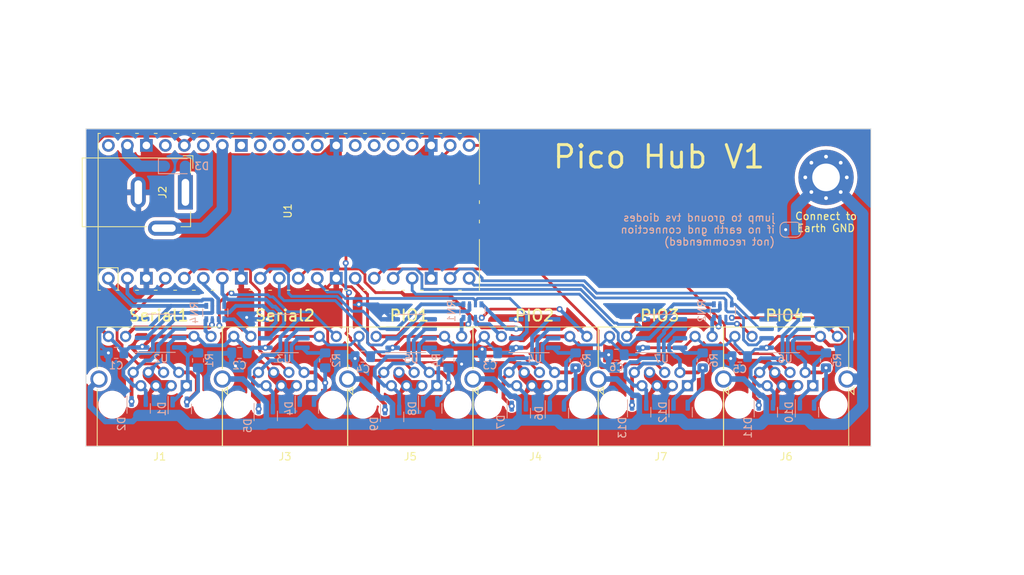
<source format=kicad_pcb>
(kicad_pcb (version 20221018) (generator pcbnew)
  (layers (0 "F.Cu" signal) (31 "B.Cu" signal) (34 "B.Paste" user) (35 "F.Paste" user) (36 "B.SilkS" user "B.Silkscreen") (37 "F.SilkS" user "F.Silkscreen") (38 "B.Mask" user) (39 "F.Mask" user) (44 "Edge.Cuts" user))
  (net 0 "")
  (net 1 "GND")
  (net 2 "3V3")
  (net 3 "Net-(D1-A1)")
  (net 4 "Net-(D1-A2)")
  (net 5 "Earth")
  (net 6 "Net-(D2-A1)")
  (net 7 "Net-(D2-A2)")
  (net 8 "Net-(D3-K)")
  (net 9 "Net-(D3-A)")
  (net 10 "Net-(D4-A1)")
  (net 11 "Net-(D4-A2)")
  (net 12 "Net-(D5-A1)")
  (net 13 "Net-(D5-A2)")
  (net 14 "Net-(D6-A1)")
  (net 15 "Net-(D6-A2)")
  (net 16 "Net-(D7-A1)")
  (net 17 "Net-(D7-A2)")
  (net 18 "Net-(D8-A1)")
  (net 19 "Net-(D8-A2)")
  (net 20 "Net-(D9-A1)")
  (net 21 "Net-(D9-A2)")
  (net 22 "Net-(D10-A1)")
  (net 23 "Net-(D10-A2)")
  (net 24 "Net-(D11-A1)")
  (net 25 "Net-(D11-A2)")
  (net 26 "Net-(D12-A1)")
  (net 27 "Net-(D12-A2)")
  (net 28 "Net-(D13-A1)")
  (net 29 "Net-(D13-A2)")
  (net 30 "Serial1_det")
  (net 31 "Net-(U1-GPIO28_ADC2)")
  (net 32 "Serial2_det")
  (net 33 "PIO2_det")
  (net 34 "Net-(RN2-R2.2)")
  (net 35 "Net-(RN2-R1.2)")
  (net 36 "PIO1_det")
  (net 37 "Net-(RN2-R4.2)")
  (net 38 "Net-(RN2-R3.2)")
  (net 39 "PIO4_det")
  (net 40 "PIO3_det")
  (net 41 "Serial2_RX")
  (net 42 "Serial2_TX")
  (net 43 "Serial1_RX")
  (net 44 "Serial1_TX")
  (net 45 "PIO2_RX")
  (net 46 "PIO2_TX")
  (net 47 "PIO1_RX")
  (net 48 "PIO1_TX")
  (net 49 "PIO4_RX")
  (net 50 "PIO4_TX")
  (net 51 "PIO3_RX")
  (net 52 "PIO3_TX")
  (net 65 "Net-(RN4-R1.2)")
  (net 66 "Net-(RN4-R2.2)")
  (net 67 "Net-(RN4-R3.2)")
  (net 68 "Net-(RN4-R4.2)")
  (net 69 "Net-(RN1-R4.2)")
  (net 70 "Net-(RN1-R3.2)")
  (net 71 "Net-(RN1-R2.2)")
  (net 72 "Net-(RN1-R1.2)")
  (footprint "Connector_RJ:RJ45_Amphenol_RJHSE538X" (layer "F.Cu") (at 90.71 107.89 180)
    (fp_text reference "J4")
    (fp_text value "RJ45_LED_Shielded")
  )
  (footprint "MountingHole:MountingHole_3.7mm_Pad_Via" (layer "F.Cu") (at 126 80)
    (fp_text reference "H1" hide)
    (fp_text value "MountingHole_Pad")
  )
  (footprint "Connector_RJ:RJ45_Amphenol_RJHSE538X" (layer "F.Cu") (at 107.47 107.89 180)
    (fp_text reference "J7")
    (fp_text value "RJ45_LED_Shielded")
  )
  (footprint "Connector_RJ:RJ45_Amphenol_RJHSE538X" (layer "F.Cu") (at 73.95 107.89 180)
    (fp_text reference "J5")
    (fp_text value "RJ45_LED_Shielded")
  )
  (footprint "Connector_RJ:RJ45_Amphenol_RJHSE538X" (layer "F.Cu") (at 40.43 107.89 180)
    (fp_text reference "J1")
    (fp_text value "RJ45_LED_Shielded")
  )
  (footprint "Connector_BarrelJack:BarrelJack_GCT_DCJ200-10-A_Horizontal" (layer "F.Cu") (at 40.3 82 -90)
    (fp_text reference "J2")
    (fp_text value "Barrel_Jack_Switch")
  )
  (footprint "Connector_RJ:RJ45_Amphenol_RJHSE538X" (layer "F.Cu") (at 57.19 107.89 180)
    (fp_text reference "J3")
    (fp_text value "RJ45_LED_Shielded")
  )
  (footprint "Connector_RJ:RJ45_Amphenol_RJHSE538X" (layer "F.Cu") (at 124.23 107.89 180)
    (fp_text reference "J6")
    (fp_text value "RJ45_LED_Shielded")
  )
  (footprint "MCU_RaspberryPi_and_Boards:RPi_Pico_SMD_TH_No_Pads" (layer "F.Cu") (at 54.13 84.61 90)
    (fp_text reference "U1")
    (fp_text value "Pico")
  )
  (footprint "Package_TO_SOT_SMD:SOT-23" (layer "B.Cu") (at 101 111.4375 -90)
    (fp_text reference "D13")
    (fp_text value "SM712_SOT23")
  )
  (footprint "Resistor_SMD:R_0805_2012Metric_Pad1.20x1.40mm_HandSolder" (layer "B.Cu") (at 109.5 104.5 -90)
    (fp_text reference "R6")
    (fp_text value "120")
  )
  (footprint "Package_TO_SOT_SMD:SOT-23" (layer "B.Cu") (at 106.55 111.4375 -90)
    (fp_text reference "D12")
    (fp_text value "SM712_SOT23")
  )
  (footprint "Diode_SMD:D_SOD-123F" (layer "B.Cu") (at 38.9 78.5)
    (fp_text reference "D3")
    (fp_text value "MBR1020VL")
  )
  (footprint "Resistor_SMD:R_0805_2012Metric_Pad1.20x1.40mm_HandSolder" (layer "B.Cu") (at 126 104.5 -90)
    (fp_text reference "R5")
    (fp_text value "120")
  )
  (footprint "Package_SO:SOIC-8_3.9x4.9mm_P1.27mm" (layer "B.Cu") (at 103.975 100.905)
    (fp_text reference "U7")
    (fp_text value "MAX3490xSA")
  )
  (footprint "Resistor_SMD:R_0805_2012Metric_Pad1.20x1.40mm_HandSolder" (layer "B.Cu") (at 92.5 104.5 -90)
    (fp_text reference "R3")
    (fp_text value "120")
  )
  (footprint "Resistor_SMD:R_Array_Convex_4x0603" (layer "B.Cu") (at 78.7 97.9 -90)
    (fp_text reference "RN1")
    (fp_text value "1k")
  )
  (footprint "Capacitor_SMD:C_0805_2012Metric_Pad1.18x1.45mm_HandSolder" (layer "B.Cu") (at 47.5375 103.5)
    (fp_text reference "C2")
    (fp_text value "100nF")
  )
  (footprint "Resistor_SMD:R_0805_2012Metric_Pad1.20x1.40mm_HandSolder" (layer "B.Cu") (at 42 104.5 -90)
    (fp_text reference "R1")
    (fp_text value "120")
  )
  (footprint "Package_TO_SOT_SMD:SOT-23" (layer "B.Cu") (at 34.05 110.9375 -90)
    (fp_text reference "D2")
    (fp_text value "SM712_SOT23")
  )
  (footprint "Package_SO:SOIC-8_3.9x4.9mm_P1.27mm" (layer "B.Cu") (at 87.025 100.905)
    (fp_text reference "U4")
    (fp_text value "MAX3490xSA")
  )
  (footprint "Package_TO_SOT_SMD:SOT-23" (layer "B.Cu") (at 73.05 110.9375 -90)
    (fp_text reference "D8")
    (fp_text value "SM712_SOT23")
  )
  (footprint "Package_SO:SOIC-8_3.9x4.9mm_P1.27mm" (layer "B.Cu") (at 120.525 100.905)
    (fp_text reference "U6")
    (fp_text value "MAX3490xSA")
  )
  (footprint "Resistor_SMD:R_0805_2012Metric_Pad1.20x1.40mm_HandSolder" (layer "B.Cu") (at 59 104.5 -90)
    (fp_text reference "R2")
    (fp_text value "120")
  )
  (footprint "Resistor_SMD:R_Array_Convex_4x0603" (layer "B.Cu") (at 112.2 97.9 -90)
    (fp_text reference "RN2")
    (fp_text value "1k")
  )
  (footprint "Package_TO_SOT_SMD:SOT-23" (layer "B.Cu") (at 39.55 111 -90)
    (fp_text reference "D1")
    (fp_text value "SM712_SOT23")
  )
  (footprint "Package_TO_SOT_SMD:SOT-23" (layer "B.Cu") (at 90 111.5625 -90)
    (fp_text reference "D6")
    (fp_text value "SM712_SOT23")
  )
  (footprint "Package_TO_SOT_SMD:SOT-23" (layer "B.Cu") (at 67.95 112.0625 -90)
    (fp_text reference "D9")
    (fp_text value "SM712_SOT23")
  )
  (footprint "Jumper:SolderJumper-2_P1.3mm_Open_RoundedPad1.0x1.5mm" (layer "B.Cu") (at 121.25 87)
    (fp_text reference "JP1" hide)
    (fp_text value "Jumper_2_Open")
  )
  (footprint "Package_SO:SOIC-8_3.9x4.9mm_P1.27mm" (layer "B.Cu") (at 53.475 100.905)
    (fp_text reference "U3")
    (fp_text value "MAX3490xSA")
  )
  (footprint "Capacitor_SMD:C_0805_2012Metric_Pad1.18x1.45mm_HandSolder" (layer "B.Cu") (at 114.4625 104)
    (fp_text reference "C5")
    (fp_text value "100nF")
  )
  (footprint "Resistor_SMD:R_Array_Convex_4x0603" (layer "B.Cu") (at 44.3 98.1 -90)
    (fp_text reference "RN4")
    (fp_text value "1k")
  )
  (footprint "Resistor_SMD:R_0805_2012Metric_Pad1.20x1.40mm_HandSolder" (layer "B.Cu") (at 75.5 104.5 -90)
    (fp_text reference "R4")
    (fp_text value "120")
  )
  (footprint "Package_SO:SOIC-8_3.9x4.9mm_P1.27mm" (layer "B.Cu") (at 70.5 100.905)
    (fp_text reference "U5")
    (fp_text value "MAX3490xSA")
  )
  (footprint "Capacitor_SMD:C_0805_2012Metric_Pad1.18x1.45mm_HandSolder" (layer "B.Cu") (at 64.0375 104)
    (fp_text reference "C4")
    (fp_text value "100nF")
  )
  (footprint "Package_TO_SOT_SMD:SOT-23" (layer "B.Cu") (at 117.95 111.4375 -90)
    (fp_text reference "D11")
    (fp_text value "SM712_SOT23")
  )
  (footprint "Package_SO:SOIC-8_3.9x4.9mm_P1.27mm" (layer "B.Cu") (at 37 100.865)
    (fp_text reference "U2")
    (fp_text value "MAX3490xSA")
  )
  (footprint "Package_TO_SOT_SMD:SOT-23" (layer "B.Cu") (at 84.9 111.5625 -90)
    (fp_text reference "D7")
    (fp_text value "SM712_SOT23")
  )
  (footprint "Capacitor_SMD:C_0805_2012Metric_Pad1.18x1.45mm_HandSolder" (layer "B.Cu") (at 31.0375 103.5)
    (fp_text reference "C1")
    (fp_text value "100nF")
  )
  (footprint "Capacitor_SMD:C_0805_2012Metric_Pad1.18x1.45mm_HandSolder" (layer "B.Cu") (at 81.0375 103.5)
    (fp_text reference "C3")
    (fp_text value "100nF")
  )
  (footprint "Package_TO_SOT_SMD:SOT-23" (layer "B.Cu") (at 123.45 111.4375 -90)
    (fp_text reference "D10")
    (fp_text value "SM712_SOT23")
  )
  (footprint "Package_TO_SOT_SMD:SOT-23" (layer "B.Cu") (at 56.55 110.9375 -90)
    (fp_text reference "D4")
    (fp_text value "SM712_SOT23")
  )
  (footprint "Capacitor_SMD:C_0805_2012Metric_Pad1.18x1.45mm_HandSolder" (layer "B.Cu") (at 97.9625 103.75)
    (fp_text reference "C6")
    (fp_text value "100nF")
  )
  (footprint "Package_TO_SOT_SMD:SOT-23" (layer "B.Cu") (at 51.05 111.9375 -90)
    (fp_text reference "D5")
    (fp_text value "SM712_SOT23")
  )
  (gr_line (start 132 116) (end 132 73.5) (stroke (width 0.1)) (layer "Edge.Cuts"))
  (gr_line (start 27 116) (end 27 73.5) (stroke (width 0.1)) (layer "Edge.Cuts"))
  (gr_line (start 27 116) (end 132 116) (stroke (width 0.1)) (layer "Edge.Cuts"))
  (gr_line (start 132 73.5) (end 27 73.5) (stroke (width 0.1)) (layer "Edge.Cuts"))
  (gr_text "jump to ground tvs diodes\nif no earth gnd connection\n(not recommended)" (at 119.25 87) (layer "B.SilkS") (effects (font (size 1 1)) (justify left mirror)))
  (gr_text "PIO4" (at 120.5 98.5) (layer "F.SilkS") (effects (font (size 1.5 1.5) (thickness 0.25) bold)))
  (gr_text "Serial2" (at 53.63 98.5) (layer "F.SilkS") (effects (font (size 1.5 1.5) (thickness 0.25) bold)))
  (gr_text "Serial1" (at 36.75 98.5) (layer "F.SilkS") (effects (font (size 1.5 1.5) (thickness 0.25) bold)))
  (gr_text "PIO1" (at 70.25 98.5) (layer "F.SilkS") (effects (font (size 1.5 1.5) (thickness 0.25) bold)))
  (gr_text "Pico Hub V1" (at 89.25 79) (layer "F.SilkS") (effects (font (size 3 3) (thickness 0.4) bold) (justify left bottom)))
  (gr_text "Connect to\nEarth GND" (at 126 86) (layer "F.SilkS") (effects (font (size 1 1))))
  (gr_text "PIO3" (at 103.75 98.5) (layer "F.SilkS") (effects (font (size 1.5 1.5) (thickness 0.25) bold)))
  (gr_text "PIO2" (at 87 98.5) (layer "F.SilkS") (effects (font (size 1.5 1.5) (thickness 0.25) bold)))
  (segment (start 62.507688 94.638) (end 63.5 95.630312) (width 0.375) (layer "F.Cu") (net 1))
  (segment (start 98.577057 103.75) (end 101.75 100.577057) (width 0.5) (layer "F.Cu") (net 1))
  (segment (start 35.08 75.72) (end 35.08 75.725585) (width 1.5) (layer "F.Cu") (net 1))
  (segment (start 35.35 106.482164) (end 35.35 106.11) (width 1.5) (layer "F.Cu") (net 1))
  (segment (start 47.78 98.22) (end 47.97 98.22) (width 0.5) (layer "F.Cu") (net 1))
  (segment (start 96.925 103.75) (end 98.577057 103.75) (width 0.5) (layer "F.Cu") (net 1))
  (segment (start 60.48 75.72) (end 60.48 78.07) (width 1.5) (layer "F.Cu") (net 1))
  (segment (start 35.08 80.92) (end 34 82) (width 1.5) (layer "F.Cu") (net 1))
  (segment (start 68.87 106.501836) (end 69.886 107.517836) (width 1.5) (layer "F.Cu") (net 1))
  (segment (start 55.158 107.89) (end 53.126 107.89) (width 1.5) (layer "F.Cu") (net 1))
  (segment (start 86.646 107.517836) (end 86.646 107.89) (width 1.5) (layer "F.Cu") (net 1))
  (segment (start 69.886 107.89) (end 71.918 107.89) (width 1.5) (layer "F.Cu") (net 1))
  (segment (start 102.39 106.482164) (end 103.406 107.498164) (width 1.5) (layer "F.Cu") (net 1))
  (segment (start 58.685585 77.52) (end 60.48 75.725585) (width 1.5) (layer "F.Cu") (net 1))
  (segment (start 35.08 75.72) (end 35.08 80.92) (width 1.5) (layer "F.Cu") (net 1))
  (segment (start 103.406 107.89) (end 105.438 107.89) (width 1.5) (layer "F.Cu") (net 1))
  (segment (start 85.63 106.11) (end 85.63 106.501836) (width 1.5) (layer "F.Cu") (net 1))
  (segment (start 45.57 103.82) (end 45.57 100.43) (width 0.5) (layer "F.Cu") (net 1))
  (segment (start 70.93 78.07) (end 73.18 75.82) (width 1.5) (layer "F.Cu") (net 1))
  (segment (start 61.618 94.638) (end 62.507688 94.638) (width 0.375) (layer "F.Cu") (net 1))
  (segment (start 47 105.25) (end 45.57 103.82) (width 0.5) (layer "F.Cu") (net 1))
  (segment (start 60.48 78.07) (end 70.93 78.07) (width 1.5) (layer "F.Cu") (net 1))
  (segment (start 47.78 98.22) (end 47.78 93.5) (width 0.5) (layer "F.Cu") (net 1))
  (segment (start 119.15 106.11) (end 119.15 106.501836) (width 1.5) (layer "F.Cu") (net 1))
  (segment (start 120.166 107.517836) (end 120.166 107.89) (width 1.5) (layer "F.Cu") (net 1))
  (segment (start 38.398 107.89) (end 36.366 107.89) (width 1.5) (layer "F.Cu") (net 1))
  (segment (start 36.874415 77.52) (end 58.685585 77.52) (width 1.5) (layer "F.Cu") (net 1))
  (segment (start 86.646 107.89) (end 88.678 107.89) (width 1.5) (layer "F.Cu") (net 1))
  (segment (start 102.39 106.11) (end 102.39 106.482164) (width 1.5) (layer "F.Cu") (net 1))
  (segment (start 36.366 107.498164) (end 35.35 106.482164) (width 1.5) (layer "F.Cu") (net 1))
  (segment (start 52.11 106.482164) (end 53.126 107.498164) (width 1.5) (layer "F.Cu") (net 1))
  (segment (start 119.15 106.501836) (end 120.166 107.517836) (width 1.5) (layer "F.Cu") (net 1))
  (segment (start 60.48 93.5) (end 61.618 94.638) (width 0.375) (layer "F.Cu") (net 1))
  (segment (start 45.57 100.43) (end 47.78 98.22) (width 0.5) (layer "F.Cu") (net 1))
  (segment (start 47.97 98.22) (end 48.5 98.75) (width 0.5) (layer "F.Cu") (net 1))
  (segment (start 52.11 106.11) (end 52.11 106.482164) (width 1.5) (layer "F.Cu") (net 1))
  (segment (start 63 104.25) (end 61.25 104.25) (width 0.375) (layer "F.Cu") (net 1))
  (segment (start 35.08 75.725585) (end 36.874415 77.52) (width 1.5) (layer "F.Cu") (net 1))
  (segment (start 61.25 104.25) (end 59.3375 102.3375) (width 0.375) (layer "F.Cu") (net 1))
  (segment (start 73.18 75.82) (end 73.18 75.72) (width 1.5) (layer "F.Cu") (net 1))
  (segment (start 59.3375 94.6425) (end 60.48 93.5) (width 0.375) (layer "F.Cu") (net 1))
  (segment (start 36.366 107.89) (end 36.366 107.498164) (width 1.5) (layer "F.Cu") (net 1))
  (segment (start 59.3375 102.3375) (end 59.3375 94.6425) (width 0.375) (layer "F.Cu") (net 1))
  (segment (start 69.886 107.517836) (end 69.886 107.89) (width 1.5) (layer "F.Cu") (net 1))
  (segment (start 85.63 106.501836) (end 86.646 107.517836) (width 1.5) (layer "F.Cu") (net 1))
  (segment (start 101.75 100.577057) (end 101.75 99) (width 0.5) (layer "F.Cu") (net 1))
  (segment (start 120.166 107.89) (end 122.198 107.89) (width 1.5) (layer "F.Cu") (net 1))
  (segment (start 103.406 107.498164) (end 103.406 107.89) (width 1.5) (layer "F.Cu") (net 1))
  (segment (start 60.48 75.725585) (end 60.48 75.72) (width 1.5) (layer "F.Cu") (net 1))
  (segment (start 63.5 95.630312) (end 63.5 97) (width 0.375) (layer "F.Cu") (net 1))
  (segment (start 53.126 107.498164) (end 53.126 107.89) (width 1.5) (layer "F.Cu") (net 1))
  (segment (start 68.87 106.11) (end 68.87 106.501836) (width 1.5) (layer "F.Cu") (net 1))
  (via (at 120.6 87) (size 0.8) (drill 0.4) (layers "F.Cu" "B.Cu") (net 1))
  (via (at 101.75 99) (size 0.8) (drill 0.4) (layers "F.Cu" "B.Cu") (net 1))
  (via (at 96.925 103.75) (size 0.8) (drill 0.4) (layers "F.Cu" "B.Cu") (net 1))
  (via (at 63 104.25) (size 0.8) (drill 0.4) (layers "F.Cu" "B.Cu") (net 1))
  (via (at 63.5 97) (size 0.8) (drill 0.4) (layers "F.Cu" "B.Cu") (net 1))
  (via (at 47 105.25) (size 0.8) (drill 0.4) (layers "F.Cu" "B.Cu") (net 1))
  (via (at 48.5 98.75) (size 0.8) (drill 0.4) (layers "F.Cu" "B.Cu") (net 1))
  (via (at 30 103.5) (size 0.8) (drill 0.4) (layers "F.Cu" "B.Cu") (net 1))
  (via (at 51.25 99) (size 0.8) (drill 0.4) (layers "F.Cu" "B.Cu") (net 1))
  (via (at 113.25 104.25) (size 0.8) (drill 0.4) (layers "F.Cu" "B.Cu") (net 1))
  (via (at 80 103) (size 0.8) (drill 0.4) (layers "F.Cu" "B.Cu") (net 1))
  (via (at 77.25 105) (size 0.8) (drill 0.4) (layers "F.Cu" "B.Cu") (net 1))
  (via (at 84.5 99) (size 0.8) (drill 0.4) (layers "F.Cu" "B.Cu") (net 1))
  (segment (start 66.025 97) (end 63.5 97) (width 0.5) (layer "B.Cu") (net 1))
  (segment (start 30 103.5) (end 28.81 102.31) (width 0.5) (layer "B.Cu") (net 1))
  (segment (start 28.81 100.792943) (end 30.642943 98.96) (width 0.5) (layer "B.Cu") (net 1))
  (segment (start 28.81 102.31) (end 28.81 100.792943) (width 0.5) (layer "B.Cu") (net 1))
  (segment (start 68.025 99) (end 66.025 97) (width 0.5) (layer "B.Cu") (net 1))
  (segment (start 30.642943 98.96) (end 34.525 98.96) (width 0.5) (layer "B.Cu") (net 1))
  (segment (start 74.96 101.29) (end 69.545 101.29) (width 0.375) (layer "F.Cu") (net 2))
  (segment (start 38.86 74.42) (end 40.16 75.72) (width 0.5) (layer "F.Cu") (net 2))
  (segment (start 28.25 75.5) (end 29.33 74.42) (width 0.5) (layer "F.Cu") (net 2))
  (segment (start 108.48 101.29) (end 106.96 102.81) (width 0.375) (layer "F.Cu") (net 2))
  (segment (start 87.46 101.29) (end 91.72 101.29) (width 0.5) (layer "F.Cu") (net 2))
  (segment (start 119.57 101.29) (end 118.05 102.81) (width 0.375) (layer "F.Cu") (net 2))
  (segment (start 28.25 99.53) (end 28.25 75.5) (width 0.5) (layer "F.Cu") (net 2))
  (segment (start 36.005 101.29) (end 34.6245 102.6705) (width 0.5) (layer "F.Cu") (net 2))
  (segment (start 129 101.062943) (end 129 101.517057) (width 0.5) (layer "F.Cu") (net 2))
  (segment (start 126.44 102.49) (end 125.24 101.29) (width 0.5) (layer "F.Cu") (net 2))
  (segment (start 40.16 75.72) (end 41.46 74.42) (width 0.5) (layer "F.Cu") (net 2))
  (segment (start 58.2 101.29) (end 52.52 101.29) (width 0.375) (layer "F.Cu") (net 2))
  (segment (start 85.94 102.81) (end 87.46 101.29) (width 0.5) (layer "F.Cu") (net 2))
  (segment (start 106.96 102.81) (end 101.5 102.81) (width 0.375) (layer "F.Cu") (net 2))
  (segment (start 102.357057 74.42) (end 129 101.062943) (width 0.5) (layer "F.Cu") (net 2))
  (segment (start 125.24 101.29) (end 119.57 101.29) (width 0.375) (layer "F.Cu") (net 2))
  (segment (start 29.33 74.42) (end 38.86 74.42) (width 0.5) (layer "F.Cu") (net 2))
  (segment (start 52.52 101.29) (end 51 102.81) (width 0.375) (layer "F.Cu") (net 2))
  (segment (start 84.55 102.81) (end 85.94 102.81) (width 0.5) (layer "F.Cu") (net 2))
  (segment (start 128.027057 102.49) (end 126.44 102.49) (width 0.5) (layer "F.Cu") (net 2))
  (segment (start 129 101.517057) (end 128.027057 102.49) (width 0.5) (layer "F.Cu") (net 2))
  (segment (start 30.01 101.29) (end 28.25 99.53) (width 0.5) (layer "F.Cu") (net 2))
  (segment (start 41.46 74.42) (end 102.357057 74.42) (width 0.5) (layer "F.Cu") (net 2))
  (segment (start 41.44 101.29) (end 36.005 101.29) (width 0.5) (layer "F.Cu") (net 2))
  (segment (start 69.545 101.29) (end 68.025 102.81) (width 0.375) (layer "F.Cu") (net 2))
  (segment (start 34.6245 102.6705) (end 34.53906 102.6705) (width 0.5) (layer "F.Cu") (net 2))
  (via (at 84.55 102.81) (size 0.8) (drill 0.4) (layers "F.Cu" "B.Cu") (net 2))
  (via (at 118.05 102.81) (size 0.8) (drill 0.4) (layers "F.Cu" "B.Cu") (net 2))
  (via (at 34.53906 102.6705) (size 0.8) (drill 0.4) (layers "F.Cu" "B.Cu") (net 2))
  (via (at 101.5 102.81) (size 0.8) (drill 0.4) (layers "F.Cu" "B.Cu") (net 2))
  (via (at 51 102.81) (size 0.8) (drill 0.4) (layers "F.Cu" "B.Cu") (net 2))
  (via (at 68.025 102.81) (size 0.8) (drill 0.4) (layers "F.Cu" "B.Cu") (net 2))
  (segment (start 65.075 104) (end 65.7125 103.3625) (width 0.375) (layer "B.Cu") (net 2))
  (segment (start 97.05 101.8) (end 97.05 101.29) (width 0.375) (layer "B.Cu") (net 2))
  (segment (start 63.53 102.455) (end 63.53 101.29) (width 0.375) (layer "B.Cu") (net 2))
  (segment (start 59.3375 102.4275) (end 62.3925 102.4275) (width 0.375) (layer "B.Cu") (net 2))
  (segment (start 41.79 101.29) (end 41.44 101.29) (width 0.5) (layer "B.Cu") (net 2))
  (segment (start 49.265 102.81) (end 51 102.81) (width 0.5) (layer "B.Cu") (net 2))
  (segment (start 42.99 102.49) (end 41.79 101.29) (width 0.5) (layer "B.Cu") (net 2))
  (segment (start 117.8575 103.0025) (end 116.4975 103.0025) (width 0.375) (layer "B.Cu") (net 2))
  (segment (start 67.4725 103.3625) (end 68.025 102.81) (width 0.375) (layer "B.Cu") (net 2))
  (segment (start 32.075 103.5) (end 32.075 103.355) (width 0.5) (layer "B.Cu") (net 2))
  (segment (start 99 103.75) (end 97.05 101.8) (width 0.375) (layer "B.Cu") (net 2))
  (segment (start 32.075 103.355) (end 30.01 101.29) (width 0.5) (layer "B.Cu") (net 2))
  (segment (start 62.3925 102.4275) (end 63.53 101.29) (width 0.375) (layer "B.Cu") (net 2))
  (segment (start 80.29 101.715) (end 82.075 103.5) (width 0.375) (layer "B.Cu") (net 2))
  (segment (start 65.7125 103.3625) (end 67.4725 103.3625) (width 0.375) (layer "B.Cu") (net 2))
  (segment (start 74.96 101.29) (end 76.10736 102.43736) (width 0.375) (layer "B.Cu") (net 2))
  (segment (start 48.575 103.5) (end 48.575 103.095) (width 0.5) (layer "B.Cu") (net 2))
  (segment (start 32.075 103.5) (end 32.805 102.77) (width 0.5) (layer "B.Cu") (net 2))
  (segment (start 100.56 103.75) (end 99 103.75) (width 0.375) (layer "B.Cu") (net 2))
  (segment (start 116.4975 103.0025) (end 115.5 104) (width 0.375) (layer "B.Cu") (net 2))
  (segment (start 82.075 103.5) (end 83.86 103.5) (width 0.5) (layer "B.Cu") (net 2))
  (segment (start 115.5 104) (end 113.81 102.31) (width 0.375) (layer "B.Cu") (net 2))
  (segment (start 108.48 101.29) (end 109.62736 102.43736) (width 0.375) (layer "B.Cu") (net 2))
  (segment (start 109.62736 102.43736) (end 112.66264 102.43736) (width 0.375) (layer "B.Cu") (net 2))
  (segment (start 79.14264 102.43736) (end 80.29 101.29) (width 0.375) (layer "B.Cu") (net 2))
  (segment (start 58.2 101.29) (end 59.3375 102.4275) (width 0.375) (layer "B.Cu") (net 2))
  (segment (start 80.29 101.29) (end 80.29 101.715) (width 0.375) (layer "B.Cu") (net 2))
  (segment (start 48.575 103.5) (end 49.265 102.81) (width 0.5) (layer "B.Cu") (net 2))
  (segment (start 112.66264 102.43736) (end 113.81 101.29) (width 0.375) (layer "B.Cu") (net 2))
  (segment (start 32.805 102.77) (end 34.525 102.77) (width 0.5) (layer "B.Cu") (net 2))
  (segment (start 45.57 102.49) (end 42.99 102.49) (width 0.5) (layer "B.Cu") (net 2))
  (segment (start 97.05 102.05) (end 97.05 101.29) (width 0.375) (layer "B.Cu") (net 2))
  (segment (start 65.075 104) (end 63.53 102.455) (width 0.375) (layer "B.Cu") (net 2))
  (segment (start 48.575 103.095) (end 46.77 101.29) (width 0.5) (layer "B.Cu") (net 2))
  (segment (start 113.81 102.31) (end 113.81 101.29) (width 0.375) (layer "B.Cu") (net 2))
  (segment (start 76.10736 102.43736) (end 79.14264 102.43736) (width 0.375) (layer "B.Cu") (net 2))
  (segment (start 118.05 102.81) (end 117.8575 103.0025) (width 0.375) (layer "B.Cu") (net 2))
  (segment (start 97.05 101.29) (end 95.9125 102.4275) (width 0.375) (layer "B.Cu") (net 2))
  (segment (start 101.5 102.81) (end 100.56 103.75) (width 0.375) (layer "B.Cu") (net 2))
  (segment (start 83.86 103.5) (end 84.55 102.81) (width 0.5) (layer "B.Cu") (net 2))
  (segment (start 92.8575 102.4275) (end 91.72 101.29) (width 0.375) (layer "B.Cu") (net 2))
  (segment (start 95.9125 102.4275) (end 92.8575 102.4275) (width 0.375) (layer "B.Cu") (net 2))
  (segment (start 46.77 101.29) (end 45.57 102.49) (width 0.5) (layer "B.Cu") (net 2))
  (segment (start 40.614 107.706) (end 40.43 107.89) (width 0.5) (layer "B.Cu") (net 3))
  (segment (start 41.023 103.5) (end 40.614 103.909) (width 0.5) (layer "B.Cu") (net 3))
  (segment (start 40.614 103.909) (end 40.614 107.706) (width 0.5) (layer "B.Cu") (net 3))
  (segment (start 40.43 107.89) (end 40.43 108.2325) (width 0.5) (layer "B.Cu") (net 3))
  (segment (start 40.43 108.2325) (end 38.6 110.0625) (width 0.5) (layer "B.Cu") (net 3))
  (segment (start 42 103.5) (end 41.023 103.5) (width 0.5) (layer "B.Cu") (net 3))
  (segment (start 39.475 102.77) (end 40.614 103.909) (width 0.5) (layer "B.Cu") (net 3))
  (segment (start 41.05 106.11) (end 41.822398 106.882398) (width 0.5) (layer "F.Cu") (net 4))
  (segment (start 41.822398 108.740102) (end 40.5 110.0625) (width 0.5) (layer "F.Cu") (net 4))
  (segment (start 39.414 106.11) (end 41.05 106.11) (width 0.5) (layer "F.Cu") (net 4))
  (segment (start 41.822398 106.882398) (end 41.822398 108.740102) (width 0.5) (layer "F.Cu") (net 4))
  (via (at 40.5 110.0625) (size 0.8) (drill 0.4) (layers "F.Cu" "B.Cu") (net 4))
  (segment (start 38 104.696) (end 39.414 106.11) (width 0.5) (layer "B.Cu") (net 4))
  (segment (start 38.921472 101.5) (end 38 102.421472) (width 0.5) (layer "B.Cu") (net 4))
  (segment (start 42 108.644796) (end 40.582296 110.0625) (width 0.5) (layer "B.Cu") (net 4))
  (segment (start 40.582296 110.0625) (end 40.5 110.0625) (width 0.5) (layer "B.Cu") (net 4))
  (segment (start 42 105.5) (end 42 108.644796) (width 0.5) (layer "B.Cu") (net 4))
  (segment (start 39.475 101.5) (end 38.921472 101.5) (width 0.5) (layer "B.Cu") (net 4))
  (segment (start 38 102.421472) (end 38 104.696) (width 0.5) (layer "B.Cu") (net 4))
  (segment (start 81.496614 107) (end 83.809114 109.3125) (width 0.75) (layer "B.Cu") (net 5))
  (segment (start 101.025 112.35) (end 101 112.375) (width 0.75) (layer "B.Cu") (net 5))
  (segment (start 84.925 112.475) (end 84.9 112.5) (width 0.75) (layer "B.Cu") (net 5))
  (segment (start 56.55 111.875) (end 55.55 112.875) (width 1.5) (layer "B.Cu") (net 5))
  (segment (start 100.8125 109.1875) (end 101.025 109.4) (width 0.75) (layer "B.Cu") (net 5))
  (segment (start 130.9 107) (end 130.9 84.9) (width 1.5) (layer "B.Cu") (net 5))
  (segment (start 124.13 113.055) (end 128.445 113.055) (width 1.5) (layer "B.Cu") (net 5))
  (segment (start 107.23 113.055) (end 117.27 113.055) (width 1.5) (layer "B.Cu") (net 5))
  (segment (start 73.45 112.95) (end 68 112.95) (width 1.5) (layer "B.Cu") (net 5))
  (segment (start 100.1875 109.1875) (end 100.8125 109.1875) (width 0.75) (layer "B.Cu") (net 5))
  (segment (start 106.55 112.375) (end 107.23 113.055) (width 1.5) (layer "B.Cu") (net 5))
  (segment (start 39.4875 111.875) (end 39.55 111.9375) (width 1.5) (layer "B.Cu") (net 5))
  (segment (start 51.125 112.8) (end 51.05 112.875) (width 0.75) (layer "B.Cu") (net 5))
  (segment (start 118 109.737195) (end 118 112.325) (width 0.75) (layer "B.Cu") (net 5))
  (segment (start 117.27 113.055) (end 117.95 112.375) (width 1.5) (layer "B.Cu") (net 5))
  (segment (start 117.95 112.375) (end 123.45 112.375) (width 1.5) (layer "B.Cu") (net 5))
  (segment (start 84.9 112.5) (end 90 112.5) (width 1.5) (layer "B.Cu") (net 5))
  (segment (start 62.26 107) (end 63.886345 107) (width 0.75) (layer "B.Cu") (net 5))
  (segment (start 118 112.325) (end 117.95 112.375) (width 0.75) (layer "B.Cu") (net 5))
  (segment (start 98 107) (end 100.1875 109.1875) (width 0.75) (layer "B.Cu") (net 5))
  (segment (start 56.55 111.875) (end 57.73 113.055) (width 1.5) (layer "B.Cu") (net 5))
  (segment (start 73.555 113.055) (end 73.45 112.95) (width 1.5) (layer "B.Cu") (net 5))
  (segment (start 33.245 112.68) (end 34.05 111.875) (width 0.75) (layer "B.Cu") (net 5))
  (segment (start 73.05 112.55) (end 73.05 111.875) (width 1.5) (layer "B.Cu") (net 5))
  (segment (start 84.345 113.055) (end 84.9 112.5) (width 1.5) (layer "B.Cu") (net 5))
  (segment (start 122.05 83.95) (end 122.05 87) (width 1.5) (layer "B.Cu") (net 5))
  (segment (start 28.74 107) (end 27.59 108.15) (width 0.75) (layer "B.Cu") (net 5))
  (segment (start 40.6675 113.055) (end 50.87 113.055) (width 1.5) (layer "B.Cu") (net 5))
  (segment (start 79.02 107) (end 81.496614 107) (width 0.75) (layer "B.Cu") (net 5))
  (segment (start 130.9 84.9) (end 126 80) (width 1.5) (layer "B.Cu") (net 5))
  (segment (start 123.45 112.375) (end 124.13 113.055) (width 1.5) (layer "B.Cu") (net 5))
  (segment (start 68 110.362195) (end 68 112.95) (width 0.75) (layer "B.Cu") (net 5))
  (segment (start 115 107) (end 117.1875 109.1875) (width 0.75) (layer "B.Cu") (net 5))
  (segment (start 130.9 110.6) (end 130.9 107) (width 1.5) (layer "B.Cu") (net 5))
  (segment (start 83.809114 109.3125) (end 84.400305 109.3125) (width 0.75) (layer "B.Cu") (net 5))
  (segment (start 128.445 113.055) (end 130.9 110.6) (width 1.5) (layer "B.Cu") (net 5))
  (segment (start 29.588019 112.68) (end 33.245 112.68) (width 0.75) (layer "B.Cu") (net 5))
  (segment (start 101 112.375) (end 106.55 112.375) (width 1.5) (layer "B.Cu") (net 5))
  (segment (start 90.555 113.055) (end 100.32 113.055) (width 1.5) (layer "B.Cu") (net 5))
  (segment (start 73.555 113.055) (end 84.345 113.055) (width 1.5) (layer "B.Cu") (net 5))
  (segment (start 117.1875 109.1875) (end 117.450305 109.1875) (width 0.75) (layer "B.Cu") (net 5))
  (segment (start 117.450305 109.1875) (end 118 109.737195) (width 0.75) (layer "B.Cu") (net 5))
  (segment (start 84.925 109.837195) (end 84.925 112.475) (width 0.75) (layer "B.Cu") (net 5))
  (segment (start 67.895 113.055) (end 67.95 113) (width 1.5) (layer "B.Cu") (net 5))
  (segment (start 63.886345 107) (end 66.431098 109.544753) (width 0.75) (layer "B.Cu") (net 5))
  (segment (start 130.9 107) (end 128.8 107) (width 1.5) (layer "B.Cu") (net 5))
  (segment (start 66.431098 109.544753) (end 67.182558 109.544753) (width 0.75) (layer "B.Cu") (net 5))
  (segment (start 39.55 111.9375) (end 40.6675 113.055) (width 1.5) (layer "B.Cu") (net 5))
  (segment (start 101.025 109.4) (end 101.025 112.35) (width 0.75) (layer "B.Cu") (net 5))
  (segment (start 27.59 108.15) (end 27.59 110.681981) (width 0.75) (layer "B.Cu") (net 5))
  (segment (start 57.73 113.055) (end 67.895 113.055) (width 1.5) (layer "B.Cu") (net 5))
  (segment (start 47.976614 107) (end 51.125 110.148386) (width 0.75) (layer "B.Cu") (net 5))
  (segment (start 100.32 113.055) (end 101 112.375) (width 1.5) (layer "B.Cu") (net 5))
  (segment (start 51.125 110.148386) (end 51.125 112.8) (width 0.75) (layer "B.Cu") (net 5))
  (segment (start 50.87 113.055) (end 51.05 112.875) (width 1.5) (layer "B.Cu") (net 5))
  (segment (start 73.555 113.055) (end 73.05 112.55) (width 1.5) (layer "B.Cu") (net 5))
  (segment (start 90 112.5) (end 90.555 113.055) (width 1.5) (layer "B.Cu") (net 5))
  (segment (start 45.5 107) (end 47.976614 107) (width 0.75) (layer "B.Cu") (net 5))
  (segment (start 95.78 107) (end 98 107) (width 0.75) (layer "B.Cu") (net 5))
  (segment (start 112.54 107) (end 115 107) (width 0.75) (layer "B.Cu") (net 5))
  (segment (start 67.182558 109.544753) (end 68 110.362195) (width 0.75) (layer "B.Cu") (net 5))
  (segment (start 34.05 111.875) (end 39.4875 111.875) (width 1.5) (layer "B.Cu") (net 5))
  (segment (start 55.55 112.875) (end 51.05 112.875) (width 1.5) (layer "B.Cu") (net 5))
  (segment (start 27.59 110.681981) (end 29.588019 112.68) (width 0.75) (layer "B.Cu") (net 5))
  (segment (start 126 80) (end 122.05 83.95) (width 1.5) (layer "B.Cu") (net 5))
  (segment (start 84.400305 109.3125) (end 84.925 109.837195) (width 0.75) (layer "B.Cu") (net 5))
  (segment (start 68 112.95) (end 67.95 113) (width 0.75) (layer "B.Cu") (net 5))
  (segment (start 33.1 106.328) (end 33.1 110) (width 0.5) (layer "F.Cu") (net 6))
  (segment (start 33.318 106.11) (end 33.1 106.328) (width 0.5) (layer "F.Cu") (net 6))
  (via (at 33.1 110) (size 0.8) (drill 0.4) (layers "F.Cu" "B.Cu") (net 6))
  (segment (start 34.928 104.5) (end 33.318 106.11) (width 0.5) (layer "B.Cu") (net 6))
  (segment (start 36.65 103.458478) (end 35.608478 104.5) (width 0.5) (layer "B.Cu") (net 6))
  (segment (start 36.65 102.501472) (end 36.65 103.458478) (width 0.5) (layer "B.Cu") (net 6))
  (segment (start 39.475 100.23) (end 38.921472 100.23) (width 0.5) (layer "B.Cu") (net 6))
  (segment (start 38.921472 100.23) (end 36.65 102.501472) (width 0.5) (layer "B.Cu") (net 6))
  (segment (start 35.608478 104.5) (end 34.928 104.5) (width 0.5) (layer "B.Cu") (net 6))
  (segment (start 34.210943 103.52) (end 32 105.730943) (width 0.5) (layer "B.Cu") (net 7))
  (segment (start 33.39 107.89) (end 34.334 107.89) (width 0.5) (layer "B.Cu") (net 7))
  (segment (start 35.598528 103.52) (end 34.210943 103.52) (width 0.5) (layer "B.Cu") (net 7))
  (segment (start 35.95 101.931472) (end 35.95 103.168528) (width 0.5) (layer "B.Cu") (net 7))
  (segment (start 35.95 103.168528) (end 35.598528 103.52) (width 0.5) (layer "B.Cu") (net 7))
  (segment (start 38.921472 98.96) (end 35.95 101.931472) (width 0.5) (layer "B.Cu") (net 7))
  (segment (start 32 105.730943) (end 32 106.5) (width 0.5) (layer "B.Cu") (net 7))
  (segment (start 39.475 98.96) (end 38.921472 98.96) (width 0.5) (layer "B.Cu") (net 7))
  (segment (start 32 106.5) (end 33.39 107.89) (width 0.5) (layer "B.Cu") (net 7))
  (segment (start 35 108.556) (end 34.334 107.89) (width 0.5) (layer "B.Cu") (net 7))
  (segment (start 35 110) (end 35 108.556) (width 0.5) (layer "B.Cu") (net 7))
  (segment (start 32.54 76.922081) (end 32.54 75.72) (width 1.5) (layer "B.Cu") (net 8))
  (segment (start 34.117919 78.5) (end 37.5 78.5) (width 1.5) (layer "B.Cu") (net 8))
  (segment (start 34.117919 78.5) (end 32.54 76.922081) (width 1.5) (layer "B.Cu") (net 8))
  (segment (start 40.3 78.5) (end 40.3 82) (width 1.5) (layer "B.Cu") (net 9))
  (segment (start 56.64 103.5) (end 55.95 102.81) (width 0.5) (layer "B.Cu") (net 10))
  (segment (start 57.702943 104.797057) (end 59 103.5) (width 0.5) (layer "B.Cu") (net 10))
  (segment (start 55.6 110) (end 55.6 109.48) (width 0.5) (layer "B.Cu") (net 10))
  (segment (start 57.702943 107.377057) (end 57.702943 104.797057) (width 0.5) (layer "B.Cu") (net 10))
  (segment (start 55.6 109.48) (end 57.19 107.89) (width 0.5) (layer "B.Cu") (net 10))
  (segment (start 57.19 107.89) (end 57.702943 107.377057) (width 0.5) (layer "B.Cu") (net 10))
  (segment (start 59 103.5) (end 56.64 103.5) (width 0.5) (layer "B.Cu") (net 10))
  (segment (start 57.61 106.11) (end 56.174 106.11) (width 0.5) (layer "F.Cu") (net 11))
  (segment (start 59 107.5) (end 57.61 106.11) (width 0.5) (layer "F.Cu") (net 11))
  (via (at 59 107.5) (size 0.8) (drill 0.4) (layers "F.Cu" "B.Cu") (net 11))
  (segment (start 54.5 104.436) (end 56.174 106.11) (width 0.5) (layer "B.Cu") (net 11))
  (segment (start 59 107.3) (end 59 108.404796) (width 0.5) (layer "B.Cu") (net 11))
  (segment (start 59 108.404796) (end 59 107.5) (width 0.5) (layer "B.Cu") (net 11))
  (segment (start 55.95 101.54) (end 55.396472 101.54) (width 0.5) (layer "B.Cu") (net 11))
  (segment (start 59 105.5) (end 59 107.5) (width 0.5) (layer "B.Cu") (net 11))
  (segment (start 54.5 102.436472) (end 54.5 104.436) (width 0.5) (layer "B.Cu") (net 11))
  (segment (start 55.396472 101.54) (end 54.5 102.436472) (width 0.5) (layer "B.Cu") (net 11))
  (segment (start 59 108.404796) (end 57.5 109.904796) (width 0.5) (layer "B.Cu") (net 11))
  (segment (start 57.5 109.904796) (end 57.5 110) (width 0.5) (layer "B.Cu") (net 11))
  (segment (start 50.078 106.11) (end 49.328 106.86) (width 0.5) (layer "F.Cu") (net 12))
  (segment (start 49.328 106.86) (end 49.328 109.228) (width 0.5) (layer "F.Cu") (net 12))
  (segment (start 50.1 110) (end 50.1 111) (width 0.5) (layer "F.Cu") (net 12))
  (segment (start 49.328 109.228) (end 50.1 110) (width 0.5) (layer "F.Cu") (net 12))
  (via (at 50.1 111) (size 0.8) (drill 0.4) (layers "F.Cu" "B.Cu") (net 12))
  (segment (start 53.8 101.866472) (end 53.8 104.5) (width 0.5) (layer "B.Cu") (net 12))
  (segment (start 55.396472 100.27) (end 53.8 101.866472) (width 0.5) (layer "B.Cu") (net 12))
  (segment (start 55.95 100.27) (end 55.396472 100.27) (width 0.5) (layer "B.Cu") (net 12))
  (segment (start 53.8 104.5) (end 51.688 104.5) (width 0.5) (layer "B.Cu") (net 12))
  (segment (start 51.688 104.5) (end 50.078 106.11) (width 0.5) (layer "B.Cu") (net 12))
  (segment (start 51.094 107.89) (end 50.03334 107.89) (width 0.5) (layer "B.Cu") (net 13))
  (segment (start 50.690943 103.8) (end 52.2 103.8) (width 0.5) (layer "B.Cu") (net 13))
  (segment (start 50.03334 107.89) (end 48.878 106.73466) (width 0.5) (layer "B.Cu") (net 13))
  (segment (start 52 108.796) (end 52 111) (width 0.5) (layer "B.Cu") (net 13))
  (segment (start 48.878 105.612943) (end 50.690943 103.8) (width 0.5) (layer "B.Cu") (net 13))
  (segment (start 53 103) (end 53 101.396472) (width 0.5) (layer "B.Cu") (net 13))
  (segment (start 55.396472 99) (end 55.95 99) (width 0.5) (layer "B.Cu") (net 13))
  (segment (start 48.878 106.73466) (end 48.878 105.612943) (width 0.5) (layer "B.Cu") (net 13))
  (segment (start 52.2 103.8) (end 53 103) (width 0.5) (layer "B.Cu") (net 13))
  (segment (start 53 101.396472) (end 55.396472 99) (width 0.5) (layer "B.Cu") (net 13))
  (segment (start 51.094 107.89) (end 52 108.796) (width 0.5) (layer "B.Cu") (net 13))
  (segment (start 89.05 110.625) (end 89.05 109.55) (width 0.5) (layer "B.Cu") (net 14))
  (segment (start 91.222943 104.777057) (end 92.5 103.5) (width 0.5) (layer "B.Cu") (net 14))
  (segment (start 89.05 109.55) (end 90.71 107.89) (width 0.5) (layer "B.Cu") (net 14))
  (segment (start 90.71 107.89) (end 91.222943 107.377057) (width 0.5) (layer "B.Cu") (net 14))
  (segment (start 90.19 103.5) (end 89.5 102.81) (width 0.5) (layer "B.Cu") (net 14))
  (segment (start 92.5 103.5) (end 90.19 103.5) (width 0.5) (layer "B.Cu") (net 14))
  (segment (start 91.222943 107.377057) (end 91.222943 104.777057) (width 0.5) (layer "B.Cu") (net 14))
  (segment (start 89.694 106.11) (end 91.89 106.11) (width 0.5) (layer "F.Cu") (net 15))
  (segment (start 91.89 106.11) (end 92.5 105.5) (width 0.5) (layer "F.Cu") (net 15))
  (via (at 92.5 105.5) (size 0.8) (drill 0.4) (layers "F.Cu" "B.Cu") (net 15))
  (segment (start 88.946472 101.54) (end 89.5 101.54) (width 0.5) (layer "B.Cu") (net 15))
  (segment (start 89.694 106.11) (end 88.075 104.491) (width 0.5) (layer "B.Cu") (net 15))
  (segment (start 92.5 108.424796) (end 92.5 105.5) (width 0.5) (layer "B.Cu") (net 15))
  (segment (start 90.95 109.974796) (end 92.5 108.424796) (width 0.5) (layer "B.Cu") (net 15))
  (segment (start 88.075 102.411472) (end 88.946472 101.54) (width 0.5) (layer "B.Cu") (net 15))
  (segment (start 88.075 104.491) (end 88.075 102.411472) (width 0.5) (layer "B.Cu") (net 15))
  (segment (start 90.95 110.625) (end 90.95 109.974796) (width 0.5) (layer "B.Cu") (net 15))
  (segment (start 82.848 109.523) (end 83.95 110.625) (width 0.5) (layer "F.Cu") (net 16))
  (segment (start 83.598 106.11) (end 82.848 106.86) (width 0.5) (layer "F.Cu") (net 16))
  (segment (start 82.848 106.86) (end 82.848 109.523) (width 0.5) (layer "F.Cu") (net 16))
  (via (at 83.95 110.625) (size 0.8) (drill 0.4) (layers "F.Cu" "B.Cu") (net 16))
  (segment (start 84.798 104.91) (end 87.24595 104.91) (width 0.5) (layer "B.Cu") (net 16))
  (segment (start 87.375 101.841472) (end 88.946472 100.27) (width 0.5) (layer "B.Cu") (net 16))
  (segment (start 83.598 106.11) (end 84.798 104.91) (width 0.5) (layer "B.Cu") (net 16))
  (segment (start 87.24595 104.91) (end 87.375 104.780949) (width 0.5) (layer "B.Cu") (net 16))
  (segment (start 88.946472 100.27) (end 89.5 100.27) (width 0.5) (layer "B.Cu") (net 16))
  (segment (start 87.375 104.780949) (end 87.375 101.841472) (width 0.5) (layer "B.Cu") (net 16))
  (segment (start 86.675 104.21) (end 86.675 101.325) (width 0.5) (layer "B.Cu") (net 17))
  (segment (start 88 99.946472) (end 88.946472 99) (width 0.5) (layer "B.Cu") (net 17))
  (segment (start 84.614 107.89) (end 83.55334 107.89) (width 0.5) (layer "B.Cu") (net 17))
  (segment (start 88.946472 99) (end 89.5 99) (width 0.5) (layer "B.Cu") (net 17))
  (segment (start 88 100) (end 88 99.946472) (width 0.5) (layer "B.Cu") (net 17))
  (segment (start 86.675 101.325) (end 88 100) (width 0.5) (layer "B.Cu") (net 17))
  (segment (start 82.398 106.73466) (end 82.398 105.612943) (width 0.5) (layer "B.Cu") (net 17))
  (segment (start 83.651918 104.359025) (end 84.359025 104.359025) (width 0.5) (layer "B.Cu") (net 17))
  (segment (start 84.359025 104.359025) (end 84.508051 104.21) (width 0.5) (layer "B.Cu") (net 17))
  (segment (start 82.398 105.612943) (end 83.651918 104.359025) (width 0.5) (layer "B.Cu") (net 17))
  (segment (start 84.508051 104.21) (end 86.675 104.21) (width 0.5) (layer "B.Cu") (net 17))
  (segment (start 85.85 110.625) (end 85.85 109.126) (width 0.5) (layer "B.Cu") (net 17))
  (segment (start 83.55334 107.89) (end 82.398 106.73466) (width 0.5) (layer "B.Cu") (net 17))
  (segment (start 85.85 109.126) (end 84.614 107.89) (width 0.5) (layer "B.Cu") (net 17))
  (segment (start 74.134 104.866) (end 75.5 103.5) (width 0.5) (layer "B.Cu") (net 18))
  (segment (start 72.1 110) (end 72.1 109.74) (width 0.5) (layer "B.Cu") (net 18))
  (segment (start 73.95 107.89) (end 74.134 107.706) (width 0.5) (layer "B.Cu") (net 18))
  (segment (start 74.134 107.706) (end 74.134 104.866) (width 0.5) (layer "B.Cu") (net 18))
  (segment (start 73.19 103.5) (end 72.5 102.81) (width 0.5) (layer "B.Cu") (net 18))
  (segment (start 72.1 109.74) (end 73.95 107.89) (width 0.5) (layer "B.Cu") (net 18))
  (segment (start 75.5 103.5) (end 73.19 103.5) (width 0.5) (layer "B.Cu") (net 18))
  (segment (start 74.57 106.11) (end 75.5 107.04) (width 0.5) (layer "F.Cu") (net 19))
  (segment (start 75.5 107.04) (end 75.5 107.5) (width 0.5) (layer "F.Cu") (net 19))
  (segment (start 72.934 106.11) (end 74.57 106.11) (width 0.5) (layer "F.Cu") (net 19))
  (via (at 75.5 107.5) (size 0.8) (drill 0.4) (layers "F.Cu" "B.Cu") (net 19))
  (segment (start 75.5 108.664796) (end 75.5 107.5) (width 0.5) (layer "B.Cu") (net 19))
  (segment (start 74 110.164796) (end 75.5 108.664796) (width 0.5) (layer "B.Cu") (net 19))
  (segment (start 75.5 107.5) (end 75.5 105.5) (width 0.5) (layer "B.Cu") (net 19))
  (segment (start 71.55 104.726) (end 72.934 106.11) (width 0.5) (layer "B.Cu") (net 19))
  (segment (start 72.975 101.54) (end 72.421472 101.54) (width 0.5) (layer "B.Cu") (net 19))
  (segment (start 71.55 102.411472) (end 71.55 104.726) (width 0.5) (layer "B.Cu") (net 19))
  (segment (start 72.421472 101.54) (end 71.55 102.411472) (width 0.5) (layer "B.Cu") (net 19))
  (segment (start 66.088 106.86) (end 66.838 106.11) (width 0.5) (layer "F.Cu") (net 20))
  (segment (start 67 111.125) (end 67 110.384796) (width 0.5) (layer "F.Cu") (net 20))
  (segment (start 67 110.384796) (end 66.088 109.472796) (width 0.5) (layer "F.Cu") (net 20))
  (segment (start 66.088 109.472796) (end 66.088 106.86) (width 0.5) (layer "F.Cu") (net 20))
  (via (at 67 111.125) (size 0.8) (drill 0.4) (layers "F.Cu" "B.Cu") (net 20))
  (segment (start 66.838 106.11) (end 68.038 104.91) (width 0.5) (layer "B.Cu") (net 20))
  (segment (start 70.85 101.841472) (end 72.421472 100.27) (width 0.5) (layer "B.Cu") (net 20))
  (segment (start 68.038 104.91) (end 70.59 104.91) (width 0.5) (layer "B.Cu") (net 20))
  (segment (start 70.59 104.91) (end 70.85 104.65) (width 0.5) (layer "B.Cu") (net 20))
  (segment (start 72.421472 100.27) (end 72.975 100.27) (width 0.5) (layer "B.Cu") (net 20))
  (segment (start 70.85 104.65) (end 70.85 101.841472) (width 0.5) (layer "B.Cu") (net 20))
  (segment (start 67.854 107.89) (end 66.920943 107.89) (width 0.5) (layer "B.Cu") (net 21))
  (segment (start 72.421472 99) (end 72.975 99) (width 0.5) (layer "B.Cu") (net 21))
  (segment (start 70.15 101.35) (end 71.5 100) (width 0.5) (layer "B.Cu") (net 21))
  (segment (start 67.250943 104) (end 70.15 104) (width 0.5) (layer "B.Cu") (net 21))
  (segment (start 68.9 108.936) (end 67.854 107.89) (width 0.5) (layer "B.Cu") (net 21))
  (segment (start 71.5 99.921472) (end 72.421472 99) (width 0.5) (layer "B.Cu") (net 21))
  (segment (start 71.5 100) (end 71.5 99.921472) (width 0.5) (layer "B.Cu") (net 21))
  (segment (start 65.638 106.607057) (end 65.638 105.612943) (width 0.5) (layer "B.Cu") (net 21))
  (segment (start 65.638 105.612943) (end 67.250943 104) (width 0.5) (layer "B.Cu") (net 21))
  (segment (start 70.15 104) (end 70.15 101.35) (width 0.5) (layer "B.Cu") (net 21))
  (segment (start 66.920943 107.89) (end 65.638 106.607057) (width 0.5) (layer "B.Cu") (net 21))
  (segment (start 68.9 110.5) (end 68.9 108.936) (width 0.5) (layer "B.Cu") (net 21))
  (segment (start 122.5 109.62) (end 124.23 107.89) (width 0.5) (layer "B.Cu") (net 22))
  (segment (start 124.23 107.89) (end 124.414 107.706) (width 0.5) (layer "B.Cu") (net 22))
  (segment (start 122.5 110.5) (end 122.5 109.62) (width 0.5) (layer "B.Cu") (net 22))
  (segment (start 123.69 103.5) (end 123 102.81) (width 0.5) (layer "B.Cu") (net 22))
  (segment (start 124.414 105.086) (end 126 103.5) (width 0.5) (layer "B.Cu") (net 22))
  (segment (start 124.414 107.706) (end 124.414 105.086) (width 0.5) (layer "B.Cu") (net 22))
  (segment (start 126 103.5) (end 123.69 103.5) (width 0.5) (layer "B.Cu") (net 22))
  (segment (start 125.39 106.11) (end 126 105.5) (width 0.5) (layer "F.Cu") (net 23))
  (segment (start 123.214 106.11) (end 125.39 106.11) (width 0.5) (layer "F.Cu") (net 23))
  (via (at 126 105.5) (size 0.8) (drill 0.4) (layers "F.Cu" "B.Cu") (net 23))
  (segment (start 124.4 110.5) (end 124.4 110.044796) (width 0.5) (layer "B.Cu") (net 23))
  (segment (start 123.214 106.11) (end 123.214 104.714) (width 0.5) (layer "B.Cu") (net 23))
  (segment (start 121.575 101.925) (end 121.96 101.54) (width 0.5) (layer "B.Cu") (net 23))
  (segment (start 124.4 110.044796) (end 126 108.444796) (width 0.5) (layer "B.Cu") (net 23))
  (segment (start 121.575 103.208528) (end 121.575 101.925) (width 0.5) (layer "B.Cu") (net 23))
  (segment (start 121.96 101.54) (end 123 101.54) (width 0.5) (layer "B.Cu") (net 23))
  (segment (start 122.5 104) (end 122.366472 104) (width 0.5) (layer "B.Cu") (net 23))
  (segment (start 126 108.444796) (end 126 105.5) (width 0.5) (layer "B.Cu") (net 23))
  (segment (start 123.214 104.714) (end 122.5 104) (width 0.5) (layer "B.Cu") (net 23))
  (segment (start 122.366472 104) (end 121.575 103.208528) (width 0.5) (layer "B.Cu") (net 23))
  (segment (start 117.118 106.11) (end 116.368 106.86) (width 0.5) (layer "F.Cu") (net 24))
  (segment (start 117 110) (end 117 110.5) (width 0.5) (layer "F.Cu") (net 24))
  (segment (start 116.368 106.86) (end 116.368 109.368) (width 0.5) (layer "F.Cu") (net 24))
  (segment (start 116.368 109.368) (end 117 110) (width 0.5) (layer "F.Cu") (net 24))
  (via (at 117 110.5) (size 0.8) (drill 0.4) (layers "F.Cu" "B.Cu") (net 24))
  (segment (start 122.24005 100.27) (end 123 100.27) (width 0.5) (layer "B.Cu") (net 24))
  (segment (start 118.318 104.91) (end 120.41 104.91) (width 0.5) (layer "B.Cu") (net 24))
  (segment (start 120.875 101.63505) (end 122.24005 100.27) (width 0.5) (layer "B.Cu") (net 24))
  (segment (start 117.118 106.11) (end 118.318 104.91) (width 0.5) (layer "B.Cu") (net 24))
  (segment (start 120.41 104.91) (end 120.875 104.445) (width 0.5) (layer "B.Cu") (net 24))
  (segment (start 120.875 104.445) (end 120.875 101.63505) (width 0.5) (layer "B.Cu") (net 24))
  (segment (start 117.07334 107.89) (end 115.918 106.73466) (width 0.5) (layer "B.Cu") (net 25))
  (segment (start 120 104.21) (end 120.175 104.035) (width 0.5) (layer "B.Cu") (net 25))
  (segment (start 120.175 101.271472) (end 122.446472 99) (width 0.5) (layer "B.Cu") (net 25))
  (segment (start 115.918 105.582) (end 117.29 104.21) (width 0.5) (layer "B.Cu") (net 25))
  (segment (start 119 110.4) (end 118.9 110.5) (width 0.5) (layer "B.Cu") (net 25))
  (segment (start 115.918 106.73466) (end 115.918 105.582) (width 0.5) (layer "B.Cu") (net 25))
  (segment (start 118.134 107.89) (end 117.07334 107.89) (width 0.5) (layer "B.Cu") (net 25))
  (segment (start 122.446472 99) (end 123 99) (width 0.5) (layer "B.Cu") (net 25))
  (segment (start 120.175 104.035) (end 120.175 101.271472) (width 0.5) (layer "B.Cu") (net 25))
  (segment (start 117.29 104.21) (end 120 104.21) (width 0.5) (layer "B.Cu") (net 25))
  (segment (start 119 108.756) (end 119 110.4) (width 0.5) (layer "B.Cu") (net 25))
  (segment (start 118.134 107.89) (end 119 108.756) (width 0.5) (layer "B.Cu") (net 25))
  (segment (start 108.35 107.01) (end 108.35 104.65) (width 0.5) (layer "B.Cu") (net 26))
  (segment (start 108.35 104.65) (end 109.5 103.5) (width 0.5) (layer "B.Cu") (net 26))
  (segment (start 107.47 107.89) (end 108.35 107.01) (width 0.5) (layer "B.Cu") (net 26))
  (segment (start 107.14 103.5) (end 106.45 102.81) (width 0.5) (layer "B.Cu") (net 26))
  (segment (start 105.6 110.5) (end 105.6 109.76) (width 0.5) (layer "B.Cu") (net 26))
  (segment (start 109.5 103.5) (end 107.14 103.5) (width 0.5) (layer "B.Cu") (net 26))
  (segment (start 105.6 109.76) (end 107.47 107.89) (width 0.5) (layer "B.Cu") (net 26))
  (segment (start 108.89 106.11) (end 109.5 105.5) (width 0.5) (layer "F.Cu") (net 27))
  (segment (start 106.454 106.11) (end 108.89 106.11) (width 0.5) (layer "F.Cu") (net 27))
  (via (at 109.5 105.5) (size 0.8) (drill 0.4) (layers "F.Cu" "B.Cu") (net 27))
  (segment (start 105 102.436472) (end 105.896472 101.54) (width 0.5) (layer "B.Cu") (net 27))
  (segment (start 105 103.183528) (end 105 102.436472) (width 0.5) (layer "B.Cu") (net 27))
  (segment (start 109.5 108.184796) (end 109.5 105.5) (width 0.5) (layer "B.Cu") (net 27))
  (segment (start 107.5 110.5) (end 107.5 110.184796) (width 0.5) (layer "B.Cu") (net 27))
  (segment (start 105.896472 101.54) (end 106.45 101.54) (width 0.5) (layer "B.Cu") (net 27))
  (segment (start 106.454 104.454) (end 106 104) (width 0.5) (layer "B.Cu") (net 27))
  (segment (start 107.5 110.184796) (end 109.5 108.184796) (width 0.5) (layer "B.Cu") (net 27))
  (segment (start 106.454 106.11) (end 106.454 104.454) (width 0.5) (layer "B.Cu") (net 27))
  (segment (start 106 104) (end 105.816472 104) (width 0.5) (layer "B.Cu") (net 27))
  (segment (start 105.816472 104) (end 105 103.183528) (width 0.5) (layer "B.Cu") (net 27))
  (segment (start 100.05 106.418) (end 100.05 110.5) (width 0.5) (layer "F.Cu") (net 28))
  (segment (start 100.358 106.11) (end 100.05 106.418) (width 0.5) (layer "F.Cu") (net 28))
  (via (at 100.05 110.5) (size 0.8) (drill 0.4) (layers "F.Cu" "B.Cu") (net 28))
  (segment (start 101.558 104.91) (end 104 104.91) (width 0.5) (layer "B.Cu") (net 28))
  (segment (start 104 104.91) (end 104.3 104.61) (width 0.5) (layer "B.Cu") (net 28))
  (segment (start 104.3 104.61) (end 104.3 101.866472) (width 0.5) (layer "B.Cu") (net 28))
  (segment (start 100.358 106.11) (end 101.558 104.91) (width 0.5) (layer "B.Cu") (net 28))
  (segment (start 104.3 101.866472) (end 105.896472 100.27) (width 0.5) (layer "B.Cu") (net 28))
  (segment (start 105.896472 100.27) (end 106.45 100.27) (width 0.5) (layer "B.Cu") (net 28))
  (segment (start 101.268051 104.21) (end 103.6 104.21) (width 0.5) (layer "B.Cu") (net 29))
  (segment (start 101.95 108.466) (end 101.374 107.89) (width 0.5) (layer "B.Cu") (net 29))
  (segment (start 100.31334 107.89) (end 99.158 106.73466) (width 0.5) (layer "B.Cu") (net 29))
  (segment (start 103.6 104.21) (end 103.6 101.576522) (width 0.5) (layer "B.Cu") (net 29))
  (segment (start 101.95 110.5) (end 101.95 108.466) (width 0.5) (layer "B.Cu") (net 29))
  (segment (start 99.813424 104.739025) (end 100.739025 104.739025) (width 0.5) (layer "B.Cu") (net 29))
  (segment (start 100.739025 104.739025) (end 101.268051 104.21) (width 0.5) (layer "B.Cu") (net 29))
  (segment (start 101.374 107.89) (end 100.31334 107.89) (width 0.5) (layer "B.Cu") (net 29))
  (segment (start 99.158 106.73466) (end 99.158 105.394449) (width 0.5) (layer "B.Cu") (net 29))
  (segment (start 104.338261 100.558211) (end 105.896472 99) (width 0.5) (layer "B.Cu") (net 29))
  (segment (start 104.338261 100.838261) (end 104.338261 100.558211) (width 0.5) (layer "B.Cu") (net 29))
  (segment (start 99.158 105.394449) (end 99.813424 104.739025) (width 0.5) (layer "B.Cu") (net 29))
  (segment (start 105.896472 99) (end 106.45 99) (width 0.5) (layer "B.Cu") (net 29))
  (segment (start 103.6 101.576522) (end 104.338261 100.838261) (width 0.5) (layer "B.Cu") (net 29))
  (segment (start 31.1625 101.761168) (end 31.1625 100.4575) (width 0.375) (layer "F.Cu") (net 30))
  (segment (start 31.828832 102.4275) (end 31.1625 101.761168) (width 0.375) (layer "F.Cu") (net 30))
  (segment (start 31.1625 100.4575) (end 37.62 94) (width 0.375) (layer "F.Cu") (net 30))
  (segment (start 31.828832 102.4275) (end 31.828832 102.828832) (width 0.375) (layer "F.Cu") (net 30))
  (segment (start 31.828832 102.828832) (end 33.9725 104.9725) (width 0.375) (layer "F.Cu") (net 30))
  (segment (start 36.2445 104.9725) (end 37.382 106.11) (width 0.375) (layer "F.Cu") (net 30))
  (segment (start 33.9725 104.9725) (end 36.2445 104.9725) (width 0.375) (layer "F.Cu") (net 30))
  (segment (start 45.24 84.26) (end 42.7 86.8) (width 1.5) (layer "B.Cu") (net 31))
  (segment (start 45.24 75.72) (end 45.24 84.26) (width 1.5) (layer "B.Cu") (net 31))
  (segment (start 42.7 86.8) (end 37.4 86.8) (width 1.5) (layer "B.Cu") (net 31))
  (segment (start 50.1975 95.18) (end 49.0175 94) (width 0.375) (layer "F.Cu") (net 32))
  (segment (start 52.048806 104.9725) (end 50.1975 103.121194) (width 0.375) (layer "F.Cu") (net 32))
  (segment (start 41.3975 92.2625) (end 40.16 93.5) (width 0.375) (layer "F.Cu") (net 32))
  (segment (start 50.1975 103.121194) (end 50.1975 95.18) (width 0.375) (layer "F.Cu") (net 32))
  (segment (start 49.0175 94) (end 49.0175 92.2625) (width 0.375) (layer "F.Cu") (net 32))
  (segment (start 53.0045 104.9725) (end 54.142 106.11) (width 0.375) (layer "F.Cu") (net 32))
  (segment (start 49.0175 92.2625) (end 41.3975 92.2625) (width 0.375) (layer "F.Cu") (net 32))
  (segment (start 53.0045 104.9725) (end 52.048806 104.9725) (width 0.375) (layer "F.Cu") (net 32))
  (segment (start 66.5 103.925) (end 85.477 103.925) (width 0.375) (layer "F.Cu") (net 33))
  (segment (start 85.477 103.925) (end 87.662 106.11) (width 0.375) (layer "F.Cu") (net 33))
  (segment (start 64.6675 102.0925) (end 66.5 103.925) (width 0.375) (layer "F.Cu") (net 33))
  (segment (start 63.02 94) (end 64.6675 95.6475) (width 0.375) (layer "F.Cu") (net 33))
  (segment (start 64.6675 95.6475) (end 64.6675 102.0925) (width 0.375) (layer "F.Cu") (net 33))
  (segment (start 100.63 100) (end 100.63 98.917918) (width 0.5) (layer "F.Cu") (net 34))
  (segment (start 100.63 100) (end 99.34 101.29) (width 0.5) (layer "F.Cu") (net 34))
  (segment (start 101.397918 98.15) (end 109.808051 98.15) (width 0.5) (layer "F.Cu") (net 34))
  (segment (start 109.808051 98.15) (end 111.6195 99.961449) (width 0.5) (layer "F.Cu") (net 34))
  (segment (start 100.63 98.917918) (end 101.397918 98.15) (width 0.5) (layer "F.Cu") (net 34))
  (via (at 111.6195 99.961449) (size 0.8) (drill 0.4) (layers "F.Cu" "B.Cu") (net 34))
  (segment (start 111.6195 100) (end 111.6195 99.961449) (width 0.5) (layer "B.Cu") (net 34))
  (segment (start 111.8 99.8195) (end 111.8 98.8) (width 0.5) (layer "B.Cu") (net 34))
  (segment (start 111.6195 100) (end 111.8 99.8195) (width 0.5) (layer "B.Cu") (net 34))
  (segment (start 110.77 99.03) (end 111 98.8) (width 0.5) (layer "B.Cu") (net 35))
  (segment (start 110.77 101.29) (end 110.77 99.03) (width 0.5) (layer "B.Cu") (net 35))
  (segment (start 65.131332 104.5) (end 69.292 104.5) (width 0.375) (layer "F.Cu") (net 36))
  (segment (start 62.3925 101.5) (end 62.3925 101.761168) (width 0.375) (layer "F.Cu") (net 36))
  (segment (start 62.181494 95.4255) (end 62 95.606994) (width 0.375) (layer "F.Cu") (net 36))
  (segment (start 69.292 104.5) (end 70.902 106.11) (width 0.375) (layer "F.Cu") (net 36))
  (segment (start 62.3925 101.761168) (end 65.131332 104.5) (width 0.375) (layer "F.Cu") (net 36))
  (segment (start 62 95.606994) (end 62 100.6725) (width 0.375) (layer "F.Cu") (net 36))
  (segment (start 61.7825 90.1575) (end 75.72 76.22) (width 0.375) (layer "F.Cu") (net 36))
  (segment (start 61.7825 100.89) (end 62.3925 101.5) (width 0.375) (layer "F.Cu") (net 36))
  (segment (start 61.75 91.5) (end 61.75 91.4755) (width 0.375) (layer "F.Cu") (net 36))
  (segment (start 61.7825 91.5325) (end 61.75 91.5) (width 0.375) (layer "F.Cu") (net 36))
  (segment (start 62 100.6725) (end 61.7825 100.89) (width 0.375) (layer "F.Cu") (net 36))
  (segment (start 61.7825 90.1575) (end 61.7825 91.5325) (width 0.375) (layer "F.Cu") (net 36))
  (via (at 62.181494 95.4255) (size 0.8) (drill 0.4) (layers "F.Cu" "B.Cu") (net 36))
  (via (at 61.75 91.4755) (size 0.8) (drill 0.4) (layers "F.Cu" "B.Cu") (net 36))
  (segment (start 62.181494 95.4255) (end 61.75 94.994006) (width 0.375) (layer "B.Cu") (net 36))
  (segment (start 61.75 94.994006) (end 61.75 91.4755) (width 0.375) (layer "B.Cu") (net 36))
  (segment (start 125.04 98.8) (end 113.4 98.8) (width 0.375) (layer "F.Cu") (net 37))
  (segment (start 127.53 101.29) (end 125.04 98.8) (width 0.375) (layer "F.Cu") (net 37))
  (via (at 113.4 98.8) (size 0.8) (drill 0.4) (layers "F.Cu" "B.Cu") (net 37))
  (segment (start 114.4266 99.6166) (end 116.1 101.29) (width 0.375) (layer "F.Cu") (net 38))
  (segment (start 114.081099 99.6166) (end 114.4266 99.6166) (width 0.375) (layer "F.Cu") (net 38))
  (via (at 114.081099 99.6166) (size 0.8) (drill 0.4) (layers "F.Cu" "B.Cu") (net 38))
  (segment (start 114.051999 99.5875) (end 114.081099 99.6166) (width 0.375) (layer "B.Cu") (net 38))
  (segment (start 112.6 98.8) (end 112.6 99.454315) (width 0.375) (layer "B.Cu") (net 38))
  (segment (start 112.733185 99.5875) (end 114.051999 99.5875) (width 0.375) (layer "B.Cu") (net 38))
  (segment (start 112.6 99.454315) (end 112.733185 99.5875) (width 0.375) (layer "B.Cu") (net 38))
  (segment (start 121.182 106.11) (end 118.6695 103.5975) (width 0.375) (layer "F.Cu") (net 39))
  (segment (start 114.508832 103.5975) (end 112.407 101.495668) (width 0.375) (layer "F.Cu") (net 39))
  (segment (start 88.491745 75.72) (end 78.26 75.72) (width 0.375) (layer "F.Cu") (net 39))
  (segment (start 112.407 101.495668) (end 112.407 99.635255) (width 0.375) (layer "F.Cu") (net 39))
  (segment (start 118.6695 103.5975) (end 114.508832 103.5975) (width 0.375) (layer "F.Cu") (net 39))
  (segment (start 112.407 99.635255) (end 88.491745 75.72) (width 0.375) (layer "F.Cu") (net 39))
  (segment (start 66.7975 92.2625) (end 87.2625 92.2625) (width 0.375) (layer "F.Cu") (net 40))
  (segment (start 65.56 93.5) (end 66.7975 92.2625) (width 0.375) (layer "F.Cu") (net 40))
  (segment (start 99.123832 104.9725) (end 103.2845 104.9725) (width 0.375) (layer "F.Cu") (net 40))
  (segment (start 95.5 105) (end 95.9625 105.4625) (width 0.375) (layer "F.Cu") (net 40))
  (segment (start 98.633832 105.4625) (end 99.123832 104.9725) (width 0.375) (layer "F.Cu") (net 40))
  (segment (start 95.5 100.5) (end 95.5 105) (width 0.375) (layer "F.Cu") (net 40))
  (segment (start 103.2845 104.9725) (end 104.422 106.11) (width 0.375) (layer "F.Cu") (net 40))
  (segment (start 87.2625 92.2625) (end 95.5 100.5) (width 0.375) (layer "F.Cu") (net 40))
  (segment (start 95.9625 105.4625) (end 98.633832 105.4625) (width 0.375) (layer "F.Cu") (net 40))
  (segment (start 51 101.54) (end 51.553528 101.54) (width 0.5) (layer "B.Cu") (net 41))
  (segment (start 51.05 96.35) (end 46 96.35) (width 0.5) (layer "B.Cu") (net 41))
  (segment (start 45.24 95.59) (end 45.5 95.85) (width 0.5) (layer "B.Cu") (net 41))
  (segment (start 45.5 95.85) (end 45.5 97.2) (width 0.5) (layer "B.Cu") (net 41))
  (segment (start 51.553528 101.54) (end 53.5 99.593528) (width 0.5) (layer "B.Cu") (net 41))
  (segment (start 53.5 98.5) (end 52.3 97.3) (width 0.5) (layer "B.Cu") (net 41))
  (segment (start 46 96.35) (end 45.24 95.59) (width 0.5) (layer "B.Cu") (net 41))
  (segment (start 45.24 95.59) (end 45.24 94) (width 0.5) (layer "B.Cu") (net 41))
  (segment (start 53.5 99.593528) (end 53.5 98.5) (width 0.5) (layer "B.Cu") (net 41))
  (segment (start 52.3 97.3) (end 52 97.3) (width 0.5) (layer "B.Cu") (net 41))
  (segment (start 52 97.3) (end 51.05 96.35) (width 0.5) (layer "B.Cu") (net 41))
  (segment (start 52 98) (end 51.5 98) (width 0.5) (layer "B.Cu") (net 42))
  (segment (start 51 100.27) (end 51.553528 100.27) (width 0.5) (layer "B.Cu") (net 42))
  (segment (start 44.7 98.1) (end 46.15 98.1) (width 0.5) (layer "B.Cu") (net 42))
  (segment (start 52.425 98.425) (end 52 98) (width 0.5) (layer "B.Cu") (net 42))
  (segment (start 42.7 93.5) (end 42.7 94.26005) (width 0.5) (layer "B.Cu") (net 42))
  (segment (start 47.05 97.2) (end 50.7 97.2) (width 0.5) (layer "B.Cu") (net 42))
  (segment (start 44.7 96.26005) (end 44.7 97.2) (width 0.5) (layer "B.Cu") (net 42))
  (segment (start 51.5 98) (end 50.7 97.2) (width 0.5) (layer "B.Cu") (net 42))
  (segment (start 51.553528 100.27) (end 52.425 99.398528) (width 0.5) (layer "B.Cu") (net 42))
  (segment (start 52.425 99.398528) (end 52.425 98.425) (width 0.5) (layer "B.Cu") (net 42))
  (segment (start 42.7 94.26005) (end 44.7 96.26005) (width 0.5) (layer "B.Cu") (net 42))
  (segment (start 46.15 98.1) (end 47.05 97.2) (width 0.5) (layer "B.Cu") (net 42))
  (segment (start 44.7 97.2) (end 44.7 98.1) (width 0.5) (layer "B.Cu") (net 42))
  (segment (start 43.9 98.1) (end 43.9 97.2) (width 0.5) (layer "B.Cu") (net 43))
  (segment (start 42.65 96.35) (end 42.5 96.5) (width 0.5) (layer "B.Cu") (net 43))
  (segment (start 43.9 97.2) (end 43.9 96.45) (width 0.5) (layer "B.Cu") (net 43))
  (segment (start 43.85 98.15) (end 43.9 98.1) (width 0.5) (layer "B.Cu") (net 43))
  (segment (start 35.078528 101.5) (end 38.428528 98.15) (width 0.5) (layer "B.Cu") (net 43))
  (segment (start 33.48995 96.5) (end 32.54 95.55005) (width 0.5) (layer "B.Cu") (net 43))
  (segment (start 38.428528 98.15) (end 43.85 98.15) (width 0.5) (layer "B.Cu") (net 43))
  (segment (start 34.525 101.5) (end 35.078528 101.5) (width 0.5) (layer "B.Cu") (net 43))
  (segment (start 32.54 95.55005) (end 32.54 94) (width 0.5) (layer "B.Cu") (net 43))
  (segment (start 42.5 96.5) (end 33.48995 96.5) (width 0.5) (layer "B.Cu") (net 43))
  (segment (start 43.9 96.45) (end 43.8 96.35) (width 0.5) (layer "B.Cu") (net 43))
  (segment (start 43.8 96.35) (end 42.65 96.35) (width 0.5) (layer "B.Cu") (net 43))
  (segment (start 35.358578 100.23) (end 34.525 100.23) (width 0.5) (layer "B.Cu") (net 44))
  (segment (start 38.388579 97.2) (end 33.2 97.2) (width 0.5) (layer "B.Cu") (net 44))
  (segment (start 38.388579 97.2) (end 35.358578 100.23) (width 0.5) (layer "B.Cu") (net 44))
  (segment (start 43.1 97.2) (end 38.388579 97.2) (width 0.5) (layer "B.Cu") (net 44))
  (segment (start 33.2 97.2) (end 30 94) (width 0.5) (layer "B.Cu") (net 44))
  (segment (start 83.7125 96.2125) (end 85.975 98.475) (width 0.375) (layer "B.Cu") (net 45))
  (segment (start 79.1 96.5) (end 79.1 97) (width 0.375) (layer "B.Cu") (net 45))
  (segment (start 85.103528 101.54) (end 85.975 100.668528) (width 0.5) (layer "B.Cu") (net 45))
  (segment (start 84.55 101.54) (end 85.103528 101.54) (width 0.5) (layer "B.Cu") (net 45))
  (segment (start 59.29 95.35) (end 60.85 95.35) (width 0.375) (layer "B.Cu") (net 45))
  (segment (start 79.1 96.5) (end 79.3875 96.2125) (width 0.375) (layer "B.Cu") (net 45))
  (segment (start 78.8125 96.2125) (end 79.1 96.5) (width 0.375) (layer "B.Cu") (net 45))
  (segment (start 60.85 95.35) (end 61.7125 96.2125) (width 0.375) (layer "B.Cu") (net 45))
  (segment (start 85.975 100.668528) (end 85.975 98.475) (width 0.5) (layer "B.Cu") (net 45))
  (segment (start 57.94 94) (end 59.29 95.35) (width 0.375) (layer "B.Cu") (net 45))
  (segment (start 61.7125 96.2125) (end 78.8125 96.2125) (width 0.375) (layer "B.Cu") (net 45))
  (segment (start 79.3875 96.2125) (end 83.7125 96.2125) (width 0.375) (layer "B.Cu") (net 45))
  (segment (start 84.37 100.09) (end 84.55 100.27) (width 0.5) (layer "F.Cu") (net 46))
  (segment (start 56.6375 92.2625) (end 63.59759 92.2625) (width 0.375) (layer "F.Cu") (net 46))
  (segment (start 69.5745 95.75) (end 75.631522 95.75) (width 0.5) (layer "F.Cu") (net 46))
  (segment (start 65.73541 95.4255) (end 69.25 95.4255) (width 0.375) (layer "F.Cu") (net 46))
  (segment (start 63.59759 92.2625) (end 64.3225 92.98741) (width 0.375) (layer "F.Cu") (net 46))
  (segment (start 75.631522 95.75) (end 79.971522 100.09) (width 0.5) (layer "F.Cu") (net 46))
  (segment (start 55.4 93.5) (end 56.6375 92.2625) (width 0.375) (layer "F.Cu") (net 46))
  (segment (start 64.3225 94.01259) (end 65.73541 95.4255) (width 0.375) (layer "F.Cu") (net 46))
  (segment (start 64.3225 92.98741) (end 64.3225 94.01259) (width 0.375) (layer "F.Cu") (net 46))
  (segment (start 79.971522 100.09) (end 84.37 100.09) (width 0.5) (layer "F.Cu") (net 46))
  (segment (start 69.25 95.4255) (end 69.5745 95.75) (width 0.5) (layer "F.Cu") (net 46))
  (via (at 84.55 100.27) (size 0.8) (drill 0.4) (layers "F.Cu" "B.Cu") (net 46))
  (segment (start 83.27 100.27) (end 80 97) (width 0.5) (layer "B.Cu") (net 46))
  (segment (start 84.55 100.27) (end 83.27 100.27) (width 0.5) (layer "B.Cu") (net 46))
  (segment (start 80 97) (end 79.9 97) (width 0.5) (layer "B.Cu") (net 46))
  (segment (start 68.578528 101.54) (end 72.168528 97.95) (width 0.5) (layer "B.Cu") (net 47))
  (segment (start 64.6825 102.1825) (end 64.93736 102.43736) (width 0.375) (layer "B.Cu") (net 47))
  (segment (start 53.5 96.5) (end 60.348668 96.5) (width 0.375) (layer "B.Cu") (net 47))
  (segment (start 78.1 97.95) (end 78.3 97.75) (width 0.5) (layer "B.Cu") (net 47))
  (segment (start 64.6825 100.833832) (end 64.6825 102.1825) (width 0.375) (layer "B.Cu") (net 47))
  (segment (start 52.86 95.86) (end 53.5 96.5) (width 0.375) (layer "B.Cu") (net 47))
  (segment (start 66.56264 102.43736) (end 67.46 101.54) (width 0.375) (layer "B.Cu") (net 47))
  (segment (start 68.025 101.54) (end 68.578528 101.54) (width 0.5) (layer "B.Cu") (net 47))
  (segment (start 64.93736 102.43736) (end 66.56264 102.43736) (width 0.375) (layer "B.Cu") (net 47))
  (segment (start 78.3 97.75) (end 78.3 97) (width 0.5) (layer "B.Cu") (net 47))
  (segment (start 67.46 101.54) (end 68.025 101.54) (width 0.375) (layer "B.Cu") (net 47))
  (segment (start 72.168528 97.95) (end 78.1 97.95) (width 0.5) (layer "B.Cu") (net 47))
  (segment (start 60.348668 96.5) (end 64.6825 100.833832) (width 0.375) (layer "B.Cu") (net 47))
  (segment (start 52.86 94) (end 52.86 95.86) (width 0.375) (layer "B.Cu") (net 47))
  (segment (start 60.58684 95.925) (end 62.58092 97.91908) (width 0.375) (layer "B.Cu") (net 48))
  (segment (start 54.0975 95.5225) (end 54.5 95.925) (width 0.375) (layer "B.Cu") (net 48))
  (segment (start 71.848528 97) (end 77.5 97) (width 0.5) (layer "B.Cu") (net 48))
  (segment (start 51.5575 92.2625) (end 53.37259 92.2625) (width 0.375) (layer "B.Cu") (net 48))
  (segment (start 64.057748 97.91908) (end 66.408668 100.27) (width 0.375) (layer "B.Cu") (net 48))
  (segment (start 62.58092 97.91908) (end 64.057748 97.91908) (width 0.375) (layer "B.Cu") (net 48))
  (segment (start 68.578528 100.27) (end 71.848528 97) (width 0.5) (layer "B.Cu") (net 48))
  (segment (start 68.025 100.27) (end 68.578528 100.27) (width 0.5) (layer "B.Cu") (net 48))
  (segment (start 66.408668 100.27) (end 68.025 100.27) (width 0.375) (layer "B.Cu") (net 48))
  (segment (start 54.5 95.925) (end 60.58684 95.925) (width 0.375) (layer "B.Cu") (net 48))
  (segment (start 53.37259 92.2625) (end 54.0975 92.98741) (width 0.375) (layer "B.Cu") (net 48))
  (segment (start 50.32 93.5) (end 51.5575 92.2625) (width 0.375) (layer "B.Cu") (net 48))
  (segment (start 54.0975 92.98741) (end 54.0975 95.5225) (width 0.375) (layer "B.Cu") (net 48))
  (segment (start 112.6 97) (end 112.6 96.425) (width 0.375) (layer "B.Cu") (net 49))
  (segment (start 112.6 97.775) (end 112.8375 98.0125) (width 0.375) (layer "B.Cu") (net 49))
  (segment (start 112.6 96.425) (end 112.325 96.15) (width 0.375) (layer "B.Cu") (net 49))
  (segment (start 114.9625 98.9375) (end 114.9625 101.761168) (width 0.375) (layer "B.Cu") (net 49))
  (segment (start 114.0375 98.0125) (end 114.9625 98.9375) (width 0.375) (layer "B.Cu") (net 49))
  (segment (start 112.6 97) (end 112.6 97.775) (width 0.375) (layer "B.Cu") (net 49))
  (segment (start 115.628832 102.4275) (end 116.69736 102.4275) (width 0.375) (layer "B.Cu") (net 49))
  (segment (start 78.26 93.76) (end 78.925 94.425) (width 0.375) (layer "B.Cu") (net 49))
  (segment (start 78.26 93.5) (end 78.26 93.76) (width 0.375) (layer "B.Cu") (net 49))
  (segment (start 78.925 94.425) (end 93.425 94.425) (width 0.375) (layer "B.Cu") (net 49))
  (segment (start 93.425 94.425) (end 95.15 96.15) (width 0.375) (layer "B.Cu") (net 49))
  (segment (start 116.69736 102.4275) (end 117.58486 101.54) (width 0.375) (layer "B.Cu") (net 49))
  (segment (start 114.9625 101.761168) (end 115.628832 102.4275) (width 0.375) (layer "B.Cu") (net 49))
  (segment (start 112.8375 98.0125) (end 114.0375 98.0125) (width 0.375) (layer "B.Cu") (net 49))
  (segment (start 112.325 96.15) (end 95.15 96.15) (width 0.375) (layer "B.Cu") (net 49))
  (segment (start 112.675 95.5) (end 95.313172 95.5) (width 0.375) (layer "B.Cu") (net 50))
  (segment (start 93.663173 93.85) (end 80 93.85) (width 0.375) (layer "B.Cu") (net 50))
  (segment (start 113.4 96.225) (end 112.675 95.5) (width 0.375) (layer "B.Cu") (net 50))
  (segment (start 113.838172 97) (end 113.4 97) (width 0.375) (layer "B.Cu") (net 50))
  (segment (start 113.4 97) (end 113.4 96.225) (width 0.375) (layer "B.Cu") (net 50))
  (segment (start 80 93.85) (end 80 93.48991) (width 0.375) (layer "B.Cu") (net 50))
  (segment (start 117.108172 100.27) (end 113.838172 97) (width 0.375) (layer "B.Cu") (net 50))
  (segment (start 76.9575 92.2625) (end 75.72 93.5) (width 0.375) (layer "B.Cu") (net 50))
  (segment (start 118.05 100.27) (end 117.108172 100.27) (width 0.375) (layer "B.Cu") (net 50))
  (segment (start 80 93.48991) (end 78.77259 92.2625) (width 0.375) (layer "B.Cu") (net 50))
  (segment (start 95.313172 95.5) (end 93.663173 93.85) (width 0.375) (layer "B.Cu") (net 50))
  (segment (start 78.77259 92.2625) (end 76.9575 92.2625) (width 0.375) (layer "B.Cu") (net 50))
  (segment (start 104.953261 98.673211) (end 105.776472 97.85) (width 0.5) (layer "B.Cu") (net 51))
  (segment (start 70.64 93.5) (end 70.64 95.14) (width 0.375) (layer "B.Cu") (net 51))
  (segment (start 111.8 97.65) (end 111.8 97) (width 0.5) (layer "B.Cu") (net 51))
  (segment (start 99.811168 102.4275) (end 100.698668 101.54) (width 0.375) (layer "B.Cu") (net 51))
  (segment (start 111.6 97.85) (end 111.8 97.65) (width 0.5) (layer "B.Cu") (net 51))
  (segment (start 98.868832 102.4275) (end 99.811168 102.4275) (width 0.375) (layer "B.Cu") (net 51))
  (segment (start 105.776472 97.85) (end 111.6 97.85) (width 0.5) (layer "B.Cu") (net 51))
  (segment (start 93.006168 95.6375) (end 98.2025 100.833832) (width 0.375) (layer "B.Cu") (net 51))
  (segment (start 70.64 95.14) (end 71.1375 95.6375) (width 0.375) (layer "B.Cu") (net 51))
  (segment (start 98.2025 100.833832) (end 98.2025 101.761168) (width 0.375) (layer "B.Cu") (net 51))
  (segment (start 104.953261 98.953261) (end 104.953261 98.673211) (width 0.5) (layer "B.Cu") (net 51))
  (segment (start 101.5 101.54) (end 102.366522 101.54) (width 0.5) (layer "B.Cu") (net 51))
  (segment (start 100.698668 101.54) (end 101.5 101.54) (width 0.375) (layer "B.Cu") (net 51))
  (segment (start 71.1375 95.6375) (end 93.006168 95.6375) (width 0.375) (layer "B.Cu") (net 51))
  (segment (start 98.2025 101.761168) (end 98.868832 102.4275) (width 0.375) (layer "B.Cu") (net 51))
  (segment (start 102.366522 101.54) (end 104.953261 98.953261) (width 0.5) (layer "B.Cu") (net 51))
  (segment (start 71.9425 93.05241) (end 71.9425 94.9425) (width 0.375) (layer "B.Cu") (net 52))
  (segment (start 101.5 100.27) (end 102.366522 100.27) (width 0.5) (layer "B.Cu") (net 52))
  (segment (start 71.9425 94.9425) (end 72 95) (width 0.375) (layer "B.Cu") (net 52))
  (segment (start 69.3375 92.2625) (end 71.15259 92.2625) (width 0.375) (layer "B.Cu") (net 52))
  (segment (start 93.18184 95) (end 97.68184 99.5) (width 0.375) (layer "B.Cu") (net 52))
  (segment (start 69.3375 92.2625) (end 68.1 93.5) (width 0.375) (layer "B.Cu") (net 52))
  (segment (start 102.366522 100.27) (end 105.636522 97) (width 0.5) (layer "B.Cu") (net 52))
  (segment (start 97.68184 99.5) (end 98 99.5) (width 0.375) (layer "B.Cu") (net 52))
  (segment (start 100.9175 99.6875) (end 101.5 100.27) (width 0.375) (layer "B.Cu") (net 52))
  (segment (start 98.1875 99.6875) (end 100.9175 99.6875) (width 0.375) (layer "B.Cu") (net 52))
  (segment (start 105.636522 97) (end 111 97) (width 0.5) (layer "B.Cu") (net 52))
  (segment (start 71.15259 92.2625) (end 71.9425 93.05241) (width 0.375) (layer "B.Cu") (net 52))
  (segment (start 98 99.5) (end 98.1875 99.6875) (width 0.375) (layer "B.Cu") (net 52))
  (segment (start 72 95) (end 93.18184 95) (width 0.375) (layer "B.Cu") (net 52))
  (segment (start 43.73 101.29) (end 42.98 100.54) (width 0.5) (layer "B.Cu") (net 65))
  (segment (start 42.98 99.12) (end 43.1 99) (width 0.5) (layer "B.Cu") (net 65))
  (segment (start 42.98 100.54) (end 42.98 99.12) (width 0.5) (layer "B.Cu") (net 65))
  (segment (start 32.3 101.29) (end 33.5 100.09) (width 0.5) (layer "F.Cu") (net 66))
  (segment (start 33.5 100.09) (end 43.491359 100.09) (width 0.5) (layer "F.Cu") (net 66))
  (segment (start 43.491359 100.09) (end 43.848815 99.732544) (width 0.5) (layer "F.Cu") (net 66))
  (via (at 43.848815 99.732544) (size 0.8) (drill 0.4) (layers "F.Cu" "B.Cu") (net 66))
  (segment (start 43.9 99) (end 43.9 99.681359) (width 0.5) (layer "B.Cu") (net 66))
  (segment (start 43.9 99.681359) (end 43.848815 99.732544) (width 0.5) (layer "B.Cu") (net 66))
  (segment (start 46.458308 95.5005) (end 46.085327 95.5005) (width 0.375) (layer "F.Cu") (net 67))
  (segment (start 46.085327 95.5005) (end 44.84255 96.743277) (width 0.375) (layer "F.Cu") (net 67))
  (segment (start 44.84255 96.743277) (end 44.84255 99.839757) (width 0.375) (layer "F.Cu") (net 67))
  (via (at 46.458308 95.5005) (size 0.8) (drill 0.4) (layers "F.Cu" "B.Cu") (net 67))
  (via (at 44.84255 99.839757) (size 0.8) (drill 0.4) (layers "F.Cu" "B.Cu") (net 67))
  (segment (start 46.5005 95.5005) (end 46.458308 95.5005) (width 0.375) (layer "B.Cu") (net 67))
  (segment (start 44.84255 99.14255) (end 44.7 99) (width 0.375) (layer "B.Cu") (net 67))
  (segment (start 51.314061 95.7125) (end 46.7125 95.7125) (width 0.375) (layer "B.Cu") (net 67))
  (segment (start 57.2 98) (end 54 98) (width 0.375) (layer "B.Cu") (net 67))
  (segment (start 44.84255 99.839757) (end 44.84255 99.14255) (width 0.375) (layer "B.Cu") (net 67))
  (segment (start 51.601562 96) (end 51.314061 95.7125) (width 0.375) (layer "B.Cu") (net 67))
  (segment (start 60.49 101.29) (end 57.2 98) (width 0.375) (layer "B.Cu") (net 67))
  (segment (start 54 98) (end 52 96) (width 0.375) (layer "B.Cu") (net 67))
  (segment (start 46.7125 95.7125) (end 46.5005 95.5005) (width 0.375) (layer "B.Cu") (net 67))
  (segment (start 52 96) (end 51.601562 96) (width 0.375) (layer "B.Cu") (net 67))
  (segment (start 46.77 99) (end 49.06 101.29) (width 0.5) (layer "B.Cu") (net 68))
  (segment (start 45.5 99) (end 46.77 99) (width 0.5) (layer "B.Cu") (net 68))
  (segment (start 79.9495 98.8) (end 81.1095 97.64) (width 0.375) (layer "F.Cu") (net 69))
  (segment (start 81.1095 97.64) (end 90.36 97.64) (width 0.375) (layer "F.Cu") (net 69))
  (via (at 90.36 97.64) (size 0.8) (drill 0.4) (layers "F.Cu" "B.Cu") (net 69))
  (via (at 79.9495 98.8) (size 0.8) (drill 0.4) (layers "F.Cu" "B.Cu") (net 69))
  (segment (start 94.01 101.29) (end 90.36 97.64) (width 0.5) (layer "B.Cu") (net 69))
  (segment (start 79.1 99.6) (end 79.1 98.8) (width 0.5) (layer "B.Cu") (net 70))
  (segment (start 79.15 99.65) (end 79.1 99.6) (width 0.5) (layer "B.Cu") (net 70))
  (segment (start 80.94 99.65) (end 79.15 99.65) (width 0.5) (layer "B.Cu") (net 70))
  (segment (start 82.58 101.29) (end 80.94 99.65) (width 0.5) (layer "B.Cu") (net 70))
  (segment (start 65.82 101.29) (end 68.643438 101.29) (width 0.5) (layer "F.Cu") (net 71))
  (segment (start 70.272888 99.66055) (end 78.133791 99.66055) (width 0.5) (layer "F.Cu") (net 71))
  (segment (start 68.643438 101.29) (end 70.272888 99.66055) (width 0.5) (layer "F.Cu") (net 71))
  (via (at 78.133791 99.66055) (size 0.8) (drill 0.4) (layers "F.Cu" "B.Cu") (net 71))
  (segment (start 78.133791 99.66055) (end 78.3 99.494341) (width 0.5) (layer "B.Cu") (net 71))
  (segment (start 78.3 99.494341) (end 78.3 98.8) (width 0.5) (layer "B.Cu") (net 71))
  (segment (start 77.25 101.29) (end 77.25 99.05) (width 0.5) (layer "B.Cu") (net 72))
  (segment (start 77.25 99.05) (end 77.5 98.8) (width 0.5) (layer "B.Cu") (net 72))
  (zone (net 1) (net_name "GND") (layers "F&B.Cu") (connect_pads (clearance 0.5)) (min_thickness 0.25) (fill yes (thermal_gap 0.5) (thermal_bridge_width 0.75))
    (polygon (pts (xy 16.25 56.25) (xy 152.5 56.5) (xy 143.25 128.25) (xy 15.5 133.25)))
  )
)
</source>
